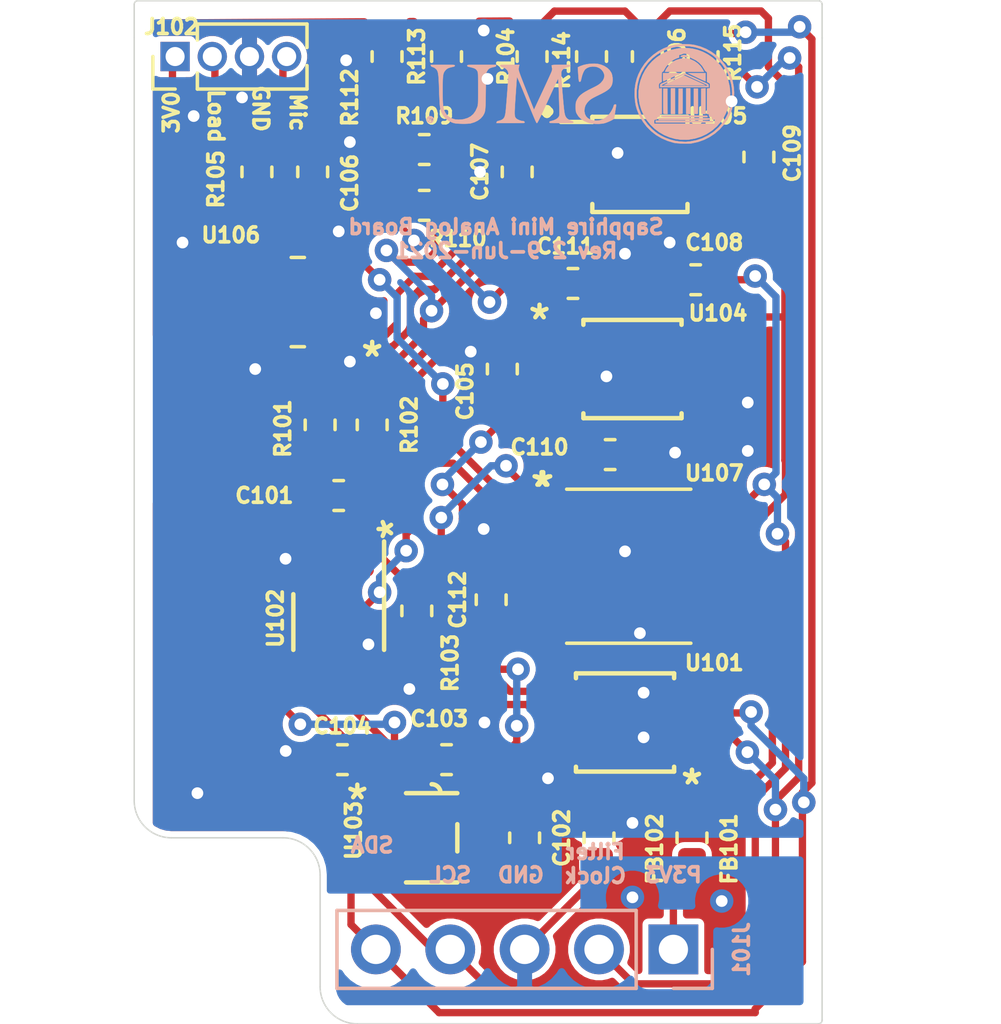
<source format=kicad_pcb>
(kicad_pcb (version 20171130) (host pcbnew "(5.1.6)-1")
  (layers (0 F.Cu signal) (31 B.Cu signal) (34 B.Paste user hide) (35 F.Paste user) (36 B.SilkS user hide) (37 F.SilkS user) (38 B.Mask user hide) (39 F.Mask user) (44 Edge.Cuts user))
  (net 0 "")
  (net 1 "Net-(C101-Pad2)")
  (net 2 "Net-(C101-Pad1)")
  (net 3 GNDA)
  (net 4 +3.3VADC)
  (net 5 +1V5)
  (net 6 "Net-(C107-Pad2)")
  (net 7 "Net-(C107-Pad1)")
  (net 8 /FILTER_CLOCK)
  (net 9 +3V0)
  (net 10 /P3V3)
  (net 11 /PGND)
  (net 12 /I2C_SDA)
  (net 13 /I2C_SCL)
  (net 14 /RgA)
  (net 15 /RgB)
  (net 16 /FILTER_IN)
  (net 17 /FILTER_OUT)
  (net 18 /MIC_OUT)
  (net 19 /MIC_REF)
  (net 20 "Net-(R112-Pad1)")
  (net 21 "Net-(R113-Pad2)")
  (net 22 "Net-(R114-Pad2)")
  (net 23 "Net-(R115-Pad2)")
  (net 24 "Net-(J102-Pad2)")
  (module Connector_PinHeader_1.27mm:PinHeader_1x04_P1.27mm_Vertical (layer F.Cu) (at 110.617 101.6 90)
    (fp_text reference J102 (at 1.016 -0.127 180) (layer F.SilkS) (effects (font (size 0.508 0.508) (thickness 0.127))))
    (fp_text value Conn_01x04_Male)
    (pad 4 thru_hole oval (at 0 3.81 90) (size 1 1) (drill 0.65) (layers *.Cu *.Mask) (net 18 /MIC_OUT))
    (pad 3 thru_hole oval (at 0 2.54 90) (size 1 1) (drill 0.65) (layers *.Cu *.Mask) (net 3 GNDA))
    (pad 2 thru_hole oval (at 0 1.27 90) (size 1 1) (drill 0.65) (layers *.Cu *.Mask) (net 24 "Net-(J102-Pad2)"))
    (pad 1 thru_hole rect (at 0 0 90) (size 1 1) (drill 0.65) (layers *.Cu *.Mask) (net 9 +3V0))
  )
  (module SapphineMinimal:MAX7414CUA&plus_ (layer F.Cu) (at 125.984 124.333 180)
    (fp_text reference U101 (at -3.048 2.032) (layer F.SilkS) (effects (font (size 0.508 0.508) (thickness 0.127))))
    (fp_text value MCP4561T-104E_MS hide)
    (fp_text user * (at -2.286 -2.159) (layer F.SilkS))
    (fp_text user * (at -2.286 -2.159) (layer F.SilkS))
    (pad 8 smd rect (at 2.2098 -0.97536 180) (size 1.3208 0.4064) (layers F.Cu F.Paste F.Mask) (net 4 +3.3VADC))
    (pad 7 smd rect (at 2.2098 -0.32512 180) (size 1.3208 0.4064) (layers F.Cu F.Paste F.Mask))
    (pad 6 smd rect (at 2.2098 0.32512 180) (size 1.3208 0.4064) (layers F.Cu F.Paste F.Mask) (net 14 /RgA))
    (pad 5 smd rect (at 2.2098 0.97536 180) (size 1.3208 0.4064) (layers F.Cu F.Paste F.Mask) (net 15 /RgB))
    (pad 4 smd rect (at -2.2098 0.97536 180) (size 1.3208 0.4064) (layers F.Cu F.Paste F.Mask) (net 3 GNDA))
    (pad 3 smd rect (at -2.2098 0.32512 180) (size 1.3208 0.4064) (layers F.Cu F.Paste F.Mask) (net 12 /I2C_SDA))
    (pad 2 smd rect (at -2.2098 -0.32512 180) (size 1.3208 0.4064) (layers F.Cu F.Paste F.Mask) (net 13 /I2C_SCL))
    (pad 1 smd rect (at -2.2098 -0.97536 180) (size 1.3208 0.4064) (layers F.Cu F.Paste F.Mask) (net 3 GNDA))
  )
  (module Capacitor_SMD:C_0603_1608Metric (layer F.Cu) (at 121.793 112.268 90)
    (fp_text reference C105 (at -0.762 -1.27 270) (layer F.SilkS) (effects (font (size 0.508 0.508) (thickness 0.127))))
    (fp_text value 0.1uF)
    (pad 2 smd roundrect (at 0.7875 0 90) (size 0.875 0.95) (layers F.Cu F.Paste F.Mask) (net 3 GNDA))
    (pad 1 smd roundrect (at -0.7875 0 90) (size 0.875 0.95) (layers F.Cu F.Paste F.Mask) (net 4 +3.3VADC))
  )
  (module SapphineMinimal:MAX7404ESA-T (layer F.Cu) (at 126.111 118.999)
    (fp_text reference U107 (at 2.921 -3.175) (layer F.SilkS) (effects (font (size 0.508 0.508) (thickness 0.127))))
    (fp_text value MAX7404ESA-T hide)
    (fp_text user * (at -2.97815 -2.667) (layer F.SilkS))
    (fp_text user * (at -2.921 -2.667) (layer F.SilkS))
    (pad 8 smd rect (at 2.72415 -1.905) (size 1.4605 0.5334) (layers F.Cu F.Paste F.Mask) (net 8 /FILTER_CLOCK))
    (pad 7 smd rect (at 2.72415 -0.635) (size 1.4605 0.5334) (layers F.Cu F.Paste F.Mask) (net 4 +3.3VADC))
    (pad 6 smd rect (at 2.72415 0.635) (size 1.4605 0.5334) (layers F.Cu F.Paste F.Mask) (net 5 +1V5))
    (pad 5 smd rect (at 2.72415 1.905) (size 1.4605 0.5334) (layers F.Cu F.Paste F.Mask) (net 17 /FILTER_OUT))
    (pad 4 smd rect (at -2.72415 1.905) (size 1.4605 0.5334) (layers F.Cu F.Paste F.Mask) (net 4 +3.3VADC))
    (pad 3 smd rect (at -2.72415 0.635) (size 1.4605 0.5334) (layers F.Cu F.Paste F.Mask) (net 3 GNDA))
    (pad 2 smd rect (at -2.72415 -0.635) (size 1.4605 0.5334) (layers F.Cu F.Paste F.Mask) (net 16 /FILTER_IN))
    (pad 1 smd rect (at -2.72415 -1.905) (size 1.4605 0.5334) (layers F.Cu F.Paste F.Mask) (net 5 +1V5))
  )
  (module Capacitor_SMD:C_0603_1608Metric (layer F.Cu) (at 121.412 120.142 90)
    (fp_text reference C112 (at 0 -1.143 90) (layer F.SilkS) (effects (font (size 0.508 0.508) (thickness 0.127))))
    (fp_text value 0.1uF hide)
    (pad 2 smd roundrect (at 0.7875 0 90) (size 0.875 0.95) (layers F.Cu F.Paste F.Mask) (net 3 GNDA))
    (pad 1 smd roundrect (at -0.7875 0 90) (size 0.875 0.95) (layers F.Cu F.Paste F.Mask) (net 4 +3.3VADC))
  )
  (module Capacitor_SMD:C_0603_1608Metric (layer F.Cu) (at 125.476 115.189)
    (fp_text reference C110 (at -2.413 -0.254) (layer F.SilkS) (effects (font (size 0.508 0.508) (thickness 0.127))))
    (fp_text value 0.1uF hide)
    (pad 2 smd roundrect (at 0.7875 0) (size 0.875 0.95) (layers F.Cu F.Paste F.Mask) (net 3 GNDA))
    (pad 1 smd roundrect (at -0.7875 0) (size 0.875 0.95) (layers F.Cu F.Paste F.Mask) (net 5 +1V5))
  )
  (module SapphineMinimal:DAC7571IDBVR (layer F.Cu) (at 114.808 109.982 180)
    (fp_text reference U106 (at 2.286 2.286) (layer F.SilkS) (effects (font (size 0.508 0.508) (thickness 0.127))))
    (fp_text value DAC7571IDBVR hide)
    (fp_text user * (at -2.54 -1.905) (layer F.SilkS))
    (fp_text user * (at -2.54 -1.905) (layer F.SilkS))
    (pad 6 smd rect (at 1.1176 -0.950001 180) (size 1.4732 0.5588) (layers F.Cu F.Paste F.Mask) (net 3 GNDA))
    (pad 5 smd rect (at 1.1176 0 180) (size 1.4732 0.5588) (layers F.Cu F.Paste F.Mask) (net 13 /I2C_SCL))
    (pad 4 smd rect (at 1.1176 0.950001 180) (size 1.4732 0.5588) (layers F.Cu F.Paste F.Mask) (net 12 /I2C_SDA))
    (pad 3 smd rect (at -1.1176 0.950001 180) (size 1.4732 0.5588) (layers F.Cu F.Paste F.Mask) (net 9 +3V0))
    (pad 2 smd rect (at -1.1176 0 180) (size 1.4732 0.5588) (layers F.Cu F.Paste F.Mask) (net 3 GNDA))
    (pad 1 smd rect (at -1.1176 -0.950001 180) (size 1.4732 0.5588) (layers F.Cu F.Paste F.Mask) (net 19 /MIC_REF))
  )
  (module Resistor_SMD:R_0603_1608Metric (layer F.Cu) (at 126.746 101.6 270)
    (fp_text reference R106 (at 0 -1.016 90) (layer F.SilkS) (effects (font (size 0.508 0.508) (thickness 0.127))))
    (fp_text value 10k)
    (pad 2 smd roundrect (at 0.7875 0 270) (size 0.875 0.95) (layers F.Cu F.Paste F.Mask) (net 12 /I2C_SDA))
    (pad 1 smd roundrect (at -0.7875 0 270) (size 0.875 0.95) (layers F.Cu F.Paste F.Mask) (net 4 +3.3VADC))
  )
  (module Resistor_SMD:R_0603_1608Metric (layer F.Cu) (at 122.809 101.6 270)
    (fp_text reference R104 (at 0 0.889 90) (layer F.SilkS) (effects (font (size 0.508 0.508) (thickness 0.127))))
    (fp_text value 10k)
    (pad 2 smd roundrect (at 0.7875 0 270) (size 0.875 0.95) (layers F.Cu F.Paste F.Mask) (net 13 /I2C_SCL))
    (pad 1 smd roundrect (at -0.7875 0 270) (size 0.875 0.95) (layers F.Cu F.Paste F.Mask) (net 4 +3.3VADC))
  )
  (module Package_SO:TSSOP-10_3x3mm_P0.5mm (layer F.Cu) (at 126.492 105.283)
    (fp_text reference U105 (at 2.667 -1.651) (layer F.SilkS) (effects (font (size 0.508 0.508) (thickness 0.127))))
    (fp_text value ADS1115IDGS)
    (pad 10 smd rect (at 2.15 -1) (size 1.1 0.25) (layers F.Cu F.Paste F.Mask) (net 22 "Net-(R114-Pad2)"))
    (pad 9 smd rect (at 2.15 -0.5) (size 1.1 0.25) (layers F.Cu F.Paste F.Mask) (net 23 "Net-(R115-Pad2)"))
    (pad 8 smd rect (at 2.15 0) (size 1.1 0.25) (layers F.Cu F.Paste F.Mask) (net 4 +3.3VADC))
    (pad 7 smd rect (at 2.15 0.5) (size 1.1 0.25) (layers F.Cu F.Paste F.Mask) (net 19 /MIC_REF))
    (pad 6 smd rect (at 2.15 1) (size 1.1 0.25) (layers F.Cu F.Paste F.Mask) (net 18 /MIC_OUT))
    (pad 5 smd rect (at -2.15 1) (size 1.1 0.25) (layers F.Cu F.Paste F.Mask) (net 6 "Net-(C107-Pad2)"))
    (pad 4 smd rect (at -2.15 0.5) (size 1.1 0.25) (layers F.Cu F.Paste F.Mask) (net 7 "Net-(C107-Pad1)"))
    (pad 3 smd rect (at -2.15 0) (size 1.1 0.25) (layers F.Cu F.Paste F.Mask) (net 3 GNDA))
    (pad 2 smd rect (at -2.15 -0.5) (size 1.1 0.25) (layers F.Cu F.Paste F.Mask) (net 20 "Net-(R112-Pad1)"))
    (pad 1 smd rect (at -2.15 -1) (size 1.1 0.25) (layers F.Cu F.Paste F.Mask) (net 21 "Net-(R113-Pad2)"))
  )
  (module SapphineMinimal:SMU_Logo (layer B.Cu) (at 124.46 102.87 180)
    (fp_text reference G*** hide)
    (fp_text value LOGO hide)
  )
  (module Capacitor_SMD:C_0603_1608Metric (layer F.Cu) (at 115.316 105.537 270)
    (fp_text reference C106 (at 0.381 -1.27 90) (layer F.SilkS) (effects (font (size 0.508 0.508) (thickness 0.127))))
    (fp_text value 0.1uf)
    (pad 2 smd roundrect (at 0.7875 0 270) (size 0.875 0.95) (layers F.Cu F.Paste F.Mask) (net 9 +3V0))
    (pad 1 smd roundrect (at -0.7875 0 270) (size 0.875 0.95) (layers F.Cu F.Paste F.Mask) (net 3 GNDA))
  )
  (module Resistor_SMD:R_0603_1608Metric (layer F.Cu) (at 128.651 101.6 270)
    (fp_text reference R115 (at -0.127 -1.016 90) (layer F.SilkS) (effects (font (size 0.508 0.508) (thickness 0.127))))
    (fp_text value 47.5)
    (pad 2 smd roundrect (at 0.7875 0 270) (size 0.875 0.95) (layers F.Cu F.Paste F.Mask) (net 23 "Net-(R115-Pad2)"))
    (pad 1 smd roundrect (at -0.7875 0 270) (size 0.875 0.95) (layers F.Cu F.Paste F.Mask) (net 12 /I2C_SDA))
  )
  (module Resistor_SMD:R_0603_1608Metric (layer F.Cu) (at 124.841 101.6 270)
    (fp_text reference R114 (at 0.127 1.016 270) (layer F.SilkS) (effects (font (size 0.508 0.508) (thickness 0.127))))
    (fp_text value 47.5)
    (pad 2 smd roundrect (at 0.7875 0 270) (size 0.875 0.95) (layers F.Cu F.Paste F.Mask) (net 22 "Net-(R114-Pad2)"))
    (pad 1 smd roundrect (at -0.7875 0 270) (size 0.875 0.95) (layers F.Cu F.Paste F.Mask) (net 13 /I2C_SCL))
  )
  (module Resistor_SMD:R_0603_1608Metric (layer F.Cu) (at 119.888 101.6 270)
    (fp_text reference R113 (at 0 1.016 270) (layer F.SilkS) (effects (font (size 0.508 0.508) (thickness 0.127))))
    (fp_text value 10K)
    (pad 2 smd roundrect (at 0.7875 0 270) (size 0.875 0.95) (layers F.Cu F.Paste F.Mask) (net 21 "Net-(R113-Pad2)"))
    (pad 1 smd roundrect (at -0.7875 0 270) (size 0.875 0.95) (layers F.Cu F.Paste F.Mask) (net 3 GNDA))
  )
  (module Resistor_SMD:R_0603_1608Metric (layer F.Cu) (at 117.856 101.6 90)
    (fp_text reference R112 (at -1.397 -1.27 90) (layer F.SilkS) (effects (font (size 0.508 0.508) (thickness 0.127))))
    (fp_text value 10K)
    (pad 2 smd roundrect (at 0.7875 0 90) (size 0.875 0.95) (layers F.Cu F.Paste F.Mask) (net 4 +3.3VADC))
    (pad 1 smd roundrect (at -0.7875 0 90) (size 0.875 0.95) (layers F.Cu F.Paste F.Mask) (net 20 "Net-(R112-Pad1)"))
  )
  (module Resistor_SMD:R_0603_1608Metric (layer F.Cu) (at 119.126 106.68 180)
    (fp_text reference R110 (at -1.143 -1.143) (layer F.SilkS) (effects (font (size 0.508 0.508) (thickness 0.127))))
    (fp_text value 16k)
    (pad 2 smd roundrect (at 0.7875 0 180) (size 0.875 0.95) (layers F.Cu F.Paste F.Mask) (net 5 +1V5))
    (pad 1 smd roundrect (at -0.7875 0 180) (size 0.875 0.95) (layers F.Cu F.Paste F.Mask) (net 6 "Net-(C107-Pad2)"))
  )
  (module Resistor_SMD:R_0603_1608Metric (layer F.Cu) (at 119.126 104.775 180)
    (fp_text reference R109 (at 0 1.143) (layer F.SilkS) (effects (font (size 0.508 0.508) (thickness 0.127))))
    (fp_text value 16k)
    (pad 2 smd roundrect (at 0.7875 0 180) (size 0.875 0.95) (layers F.Cu F.Paste F.Mask) (net 17 /FILTER_OUT))
    (pad 1 smd roundrect (at -0.7875 0 180) (size 0.875 0.95) (layers F.Cu F.Paste F.Mask) (net 7 "Net-(C107-Pad1)"))
  )
  (module Resistor_SMD:R_0603_1608Metric (layer F.Cu) (at 113.411 105.537 90)
    (fp_text reference R105 (at -0.254 -1.397 90) (layer F.SilkS) (effects (font (size 0.508 0.508) (thickness 0.127))))
    (fp_text value 820)
    (pad 2 smd roundrect (at 0.7875 0 90) (size 0.875 0.95) (layers F.Cu F.Paste F.Mask) (net 18 /MIC_OUT))
    (pad 1 smd roundrect (at -0.7875 0 90) (size 0.875 0.95) (layers F.Cu F.Paste F.Mask) (net 24 "Net-(J102-Pad2)"))
  )
  (module Resistor_SMD:R_0603_1608Metric (layer F.Cu) (at 118.872 120.523 90)
    (fp_text reference R103 (at -1.778 1.143 270) (layer F.SilkS) (effects (font (size 0.508 0.508) (thickness 0.127))))
    (fp_text value 10K)
    (pad 2 smd roundrect (at 0.7875 0 90) (size 0.875 0.95) (layers F.Cu F.Paste F.Mask) (net 15 /RgB))
    (pad 1 smd roundrect (at -0.7875 0 90) (size 0.875 0.95) (layers F.Cu F.Paste F.Mask) (net 14 /RgA))
  )
  (module Resistor_SMD:R_0603_1608Metric (layer F.Cu) (at 117.348 114.173 90)
    (fp_text reference R102 (at 0 1.27 270) (layer F.SilkS) (effects (font (size 0.508 0.508) (thickness 0.127))))
    (fp_text value 16k)
    (pad 2 smd roundrect (at 0.7875 0 90) (size 0.875 0.95) (layers F.Cu F.Paste F.Mask) (net 18 /MIC_OUT))
    (pad 1 smd roundrect (at -0.7875 0 90) (size 0.875 0.95) (layers F.Cu F.Paste F.Mask) (net 1 "Net-(C101-Pad2)"))
  )
  (module Resistor_SMD:R_0603_1608Metric (layer F.Cu) (at 115.57 114.173 90)
    (fp_text reference R101 (at -0.127 -1.27 270) (layer F.SilkS) (effects (font (size 0.508 0.508) (thickness 0.127))))
    (fp_text value 16k)
    (pad 2 smd roundrect (at 0.7875 0 90) (size 0.875 0.95) (layers F.Cu F.Paste F.Mask) (net 19 /MIC_REF))
    (pad 1 smd roundrect (at -0.7875 0 90) (size 0.875 0.95) (layers F.Cu F.Paste F.Mask) (net 2 "Net-(C101-Pad1)"))
  )
  (module Resistor_SMD:R_0603_1608Metric (layer F.Cu) (at 125.095 128.27 270)
    (fp_text reference FB102 (at 0.381 -1.905 270) (layer F.SilkS) (effects (font (size 0.508 0.508) (thickness 0.127))))
    (fp_text value "600 ohm")
    (pad 2 smd roundrect (at 0.7875 0 270) (size 0.875 0.95) (layers F.Cu F.Paste F.Mask) (net 11 /PGND))
    (pad 1 smd roundrect (at -0.7875 0 270) (size 0.875 0.95) (layers F.Cu F.Paste F.Mask) (net 3 GNDA))
  )
  (module Resistor_SMD:R_0603_1608Metric (layer F.Cu) (at 128.27 128.27 270)
    (fp_text reference FB101 (at 0.381 -1.27 90) (layer F.SilkS) (effects (font (size 0.508 0.508) (thickness 0.127))))
    (fp_text value "600 ohm")
    (pad 2 smd roundrect (at 0.7875 0 270) (size 0.875 0.95) (layers F.Cu F.Paste F.Mask) (net 10 /P3V3))
    (pad 1 smd roundrect (at -0.7875 0 270) (size 0.875 0.95) (layers F.Cu F.Paste F.Mask) (net 4 +3.3VADC))
  )
  (module Capacitor_SMD:C_0603_1608Metric (layer F.Cu) (at 124.206 109.347)
    (fp_text reference C111 (at -0.254 -1.27) (layer F.SilkS) (effects (font (size 0.508 0.508) (thickness 0.127))))
    (fp_text value 0.1uF)
    (pad 2 smd roundrect (at 0.7875 0) (size 0.875 0.95) (layers F.Cu F.Paste F.Mask) (net 3 GNDA))
    (pad 1 smd roundrect (at -0.7875 0) (size 0.875 0.95) (layers F.Cu F.Paste F.Mask) (net 5 +1V5))
  )
  (module Capacitor_SMD:C_0603_1608Metric (layer F.Cu) (at 130.556 105.029 90)
    (fp_text reference C109 (at 0.127 1.143 90) (layer F.SilkS) (effects (font (size 0.508 0.508) (thickness 0.127))))
    (fp_text value 0.1uf)
    (pad 2 smd roundrect (at 0.7875 0 90) (size 0.875 0.95) (layers F.Cu F.Paste F.Mask) (net 3 GNDA))
    (pad 1 smd roundrect (at -0.7875 0 90) (size 0.875 0.95) (layers F.Cu F.Paste F.Mask) (net 4 +3.3VADC))
  )
  (module Capacitor_SMD:C_0603_1608Metric (layer F.Cu) (at 128.397 109.22 180)
    (fp_text reference C108 (at -0.635 1.27) (layer F.SilkS) (effects (font (size 0.508 0.508) (thickness 0.127))))
    (fp_text value 1nF)
    (pad 2 smd roundrect (at 0.7875 0 180) (size 0.875 0.95) (layers F.Cu F.Paste F.Mask) (net 3 GNDA))
    (pad 1 smd roundrect (at -0.7875 0 180) (size 0.875 0.95) (layers F.Cu F.Paste F.Mask) (net 8 /FILTER_CLOCK))
  )
  (module Capacitor_SMD:C_0603_1608Metric (layer F.Cu) (at 122.301 105.537 270)
    (fp_text reference C107 (at 0 1.27 270) (layer F.SilkS) (effects (font (size 0.508 0.508) (thickness 0.127))))
    (fp_text value 0.1uF)
    (pad 2 smd roundrect (at 0.7875 0 270) (size 0.875 0.95) (layers F.Cu F.Paste F.Mask) (net 6 "Net-(C107-Pad2)"))
    (pad 1 smd roundrect (at -0.7875 0 270) (size 0.875 0.95) (layers F.Cu F.Paste F.Mask) (net 7 "Net-(C107-Pad1)"))
  )
  (module Capacitor_SMD:C_0603_1608Metric (layer F.Cu) (at 116.332 125.603)
    (fp_text reference C104 (at 0 -1.143) (layer F.SilkS) (effects (font (size 0.508 0.508) (thickness 0.127))))
    (fp_text value 0.1uf)
    (pad 2 smd roundrect (at 0.7875 0) (size 0.875 0.95) (layers F.Cu F.Paste F.Mask) (net 5 +1V5))
    (pad 1 smd roundrect (at -0.7875 0) (size 0.875 0.95) (layers F.Cu F.Paste F.Mask) (net 3 GNDA))
  )
  (module Capacitor_SMD:C_0603_1608Metric (layer F.Cu) (at 119.888 125.603)
    (fp_text reference C103 (at -0.254 -1.397) (layer F.SilkS) (effects (font (size 0.508 0.508) (thickness 0.127))))
    (fp_text value 0.1uf)
    (pad 2 smd roundrect (at 0.7875 0) (size 0.875 0.95) (layers F.Cu F.Paste F.Mask) (net 3 GNDA))
    (pad 1 smd roundrect (at -0.7875 0) (size 0.875 0.95) (layers F.Cu F.Paste F.Mask) (net 9 +3V0))
  )
  (module Capacitor_SMD:C_0603_1608Metric (layer F.Cu) (at 122.555 128.27 90)
    (fp_text reference C102 (at 0 1.27 90) (layer F.SilkS) (effects (font (size 0.508 0.508) (thickness 0.127))))
    (fp_text value 1uf)
    (pad 2 smd roundrect (at 0.7875 0 90) (size 0.875 0.95) (layers F.Cu F.Paste F.Mask) (net 3 GNDA))
    (pad 1 smd roundrect (at -0.7875 0 90) (size 0.875 0.95) (layers F.Cu F.Paste F.Mask) (net 4 +3.3VADC))
  )
  (module Capacitor_SMD:C_0603_1608Metric (layer F.Cu) (at 116.205 116.586)
    (fp_text reference C101 (at -2.54 0) (layer F.SilkS) (effects (font (size 0.508 0.508) (thickness 0.127))))
    (fp_text value 0.1uF)
    (pad 2 smd roundrect (at 0.7875 0) (size 0.875 0.95) (layers F.Cu F.Paste F.Mask) (net 1 "Net-(C101-Pad2)"))
    (pad 1 smd roundrect (at -0.7875 0) (size 0.875 0.95) (layers F.Cu F.Paste F.Mask) (net 2 "Net-(C101-Pad1)"))
  )
  (module Connector_PinHeader_2.54mm:PinHeader_1x05_P2.54mm_Vertical (layer B.Cu) (at 127.635 132.08 90)
    (fp_text reference J101 (at 0 2.33 -90) (layer B.SilkS) (effects (font (size 0.508 0.508) (thickness 0.127)) (justify mirror)))
    (fp_text value Conn_01x05_Male hide)
    (pad 5 thru_hole oval (at 0 -10.16 90) (size 1.7 1.7) (drill 1) (layers *.Cu *.Mask) (net 12 /I2C_SDA))
    (pad 4 thru_hole oval (at 0 -7.62 90) (size 1.7 1.7) (drill 1) (layers *.Cu *.Mask) (net 13 /I2C_SCL))
    (pad 3 thru_hole oval (at 0 -5.08 90) (size 1.7 1.7) (drill 1) (layers *.Cu *.Mask) (net 11 /PGND))
    (pad 2 thru_hole oval (at 0 -2.54 90) (size 1.7 1.7) (drill 1) (layers *.Cu *.Mask) (net 8 /FILTER_CLOCK))
    (pad 1 thru_hole rect (at 0 0 90) (size 1.7 1.7) (drill 1) (layers *.Cu *.Mask) (net 10 /P3V3))
  )
  (module SapphineMinimal:MAX7414CUA&plus_ (layer F.Cu) (at 126.238 112.268)
    (fp_text reference U104 (at 2.921 -1.905) (layer F.SilkS) (effects (font (size 0.508 0.508) (thickness 0.127))))
    (fp_text value MAX7414CUA+ hide)
    (fp_text user * (at -3.175 -1.651) (layer F.SilkS))
    (pad 8 smd rect (at 2.2098 -0.97536) (size 1.3208 0.4064) (layers F.Cu F.Paste F.Mask) (net 8 /FILTER_CLOCK))
    (pad 7 smd rect (at 2.2098 -0.32512) (size 1.3208 0.4064) (layers F.Cu F.Paste F.Mask) (net 4 +3.3VADC))
    (pad 6 smd rect (at 2.2098 0.32512) (size 1.3208 0.4064) (layers F.Cu F.Paste F.Mask) (net 5 +1V5))
    (pad 5 smd rect (at 2.2098 0.97536) (size 1.3208 0.4064) (layers F.Cu F.Paste F.Mask) (net 17 /FILTER_OUT))
    (pad 4 smd rect (at -2.2098 0.97536) (size 1.3208 0.4064) (layers F.Cu F.Paste F.Mask) (net 4 +3.3VADC))
    (pad 3 smd rect (at -2.2098 0.32512) (size 1.3208 0.4064) (layers F.Cu F.Paste F.Mask) (net 3 GNDA))
    (pad 2 smd rect (at -2.2098 -0.32512) (size 1.3208 0.4064) (layers F.Cu F.Paste F.Mask) (net 16 /FILTER_IN))
    (pad 1 smd rect (at -2.2098 -0.97536) (size 1.3208 0.4064) (layers F.Cu F.Paste F.Mask) (net 5 +1V5))
  )
  (module SapphineMinimal:REF2030AIDDCR (layer F.Cu) (at 119.38 128.27)
    (fp_text reference U103 (at -2.667 -0.254 90) (layer F.SilkS) (effects (font (size 0.508 0.508) (thickness 0.127))))
    (fp_text value REF2030AIDDCR hide)
    (fp_text user * (at -2.54 -1.27) (layer F.SilkS))
    (pad 5 smd rect (at 1.1684 -0.950001) (size 1.5748 0.5588) (layers F.Cu F.Paste F.Mask) (net 9 +3V0))
    (pad 4 smd rect (at 1.1684 0.950001) (size 1.5748 0.5588) (layers F.Cu F.Paste F.Mask) (net 4 +3.3VADC))
    (pad 3 smd rect (at -1.1684 0.950001) (size 1.5748 0.5588) (layers F.Cu F.Paste F.Mask) (net 4 +3.3VADC))
    (pad 2 smd rect (at -1.1684 0) (size 1.5748 0.5588) (layers F.Cu F.Paste F.Mask) (net 3 GNDA))
    (pad 1 smd rect (at -1.1684 -0.950001) (size 1.5748 0.5588) (layers F.Cu F.Paste F.Mask) (net 5 +1V5))
  )
  (module SapphineMinimal:INA317IDGKR (layer F.Cu) (at 116.205 120.904 270)
    (fp_text reference U102 (at -0.127 2.159 90) (layer F.SilkS) (effects (font (size 0.508 0.508) (thickness 0.127))))
    (fp_text value INA317IDGKR hide)
    (fp_text user * (at -3.175 -1.905 90) (layer F.SilkS))
    (pad 8 smd oval (at 2.225002 -0.974999) (size 0.449999 1.35) (layers F.Cu F.Paste F.Mask) (net 14 /RgA))
    (pad 7 smd oval (at 2.225002 -0.324998) (size 0.449999 1.35) (layers F.Cu F.Paste F.Mask) (net 9 +3V0))
    (pad 6 smd oval (at 2.225002 0.325001) (size 0.449999 1.35) (layers F.Cu F.Paste F.Mask) (net 16 /FILTER_IN))
    (pad 5 smd oval (at 2.225002 0.975002) (size 0.449999 1.35) (layers F.Cu F.Paste F.Mask) (net 5 +1V5))
    (pad 4 smd oval (at -2.224999 0.975002) (size 0.449999 1.35) (layers F.Cu F.Paste F.Mask) (net 3 GNDA))
    (pad 3 smd oval (at -2.224999 0.325001) (size 0.449999 1.35) (layers F.Cu F.Paste F.Mask) (net 2 "Net-(C101-Pad1)"))
    (pad 2 smd oval (at -2.224999 -0.324998) (size 0.449999 1.35) (layers F.Cu F.Paste F.Mask) (net 1 "Net-(C101-Pad2)"))
    (pad 1 smd oval (at -2.224999 -0.974999) (size 0.449999 1.35) (layers F.Cu F.Paste F.Mask) (net 15 /RgB))
  )
  (gr_text Load (at 112.014 103.632 270) (layer F.SilkS) (effects (font (size 0.508 0.508) (thickness 0.127))))
  (gr_text 3V0 (at 110.49 103.505 90) (layer F.SilkS) (effects (font (size 0.508 0.508) (thickness 0.127))))
  (gr_text Mic (at 114.808 103.505 270) (layer F.SilkS) (effects (font (size 0.508 0.508) (thickness 0.127))))
  (gr_arc (start 109.347 99.822) (end 109.347 99.695) (angle -90) (layer Edge.Cuts) (width 0.05))
  (gr_arc (start 132.588 99.822) (end 132.715 99.822) (angle -90) (layer Edge.Cuts) (width 0.05))
  (gr_arc (start 132.588 134.493) (end 132.588 134.62) (angle -90) (layer Edge.Cuts) (width 0.05))
  (gr_text SDA (at 117.348 128.524) (layer B.SilkS) (effects (font (size 0.508 0.508) (thickness 0.127)) (justify mirror)))
  (gr_text SCL (at 120.015 129.54) (layer B.SilkS) (effects (font (size 0.508 0.508) (thickness 0.127)) (justify mirror)))
  (gr_text GND (at 122.428 129.54) (layer B.SilkS) (effects (font (size 0.508 0.508) (thickness 0.127)) (justify mirror)))
  (gr_text "Filter\nClock" (at 124.968 129.159) (layer B.SilkS) (effects (font (size 0.508 0.508) (thickness 0.127)) (justify mirror)))
  (gr_text P3V3 (at 127.635 129.54) (layer B.SilkS) (effects (font (size 0.508 0.508) (thickness 0.127)) (justify mirror)))
  (gr_text GND (at 113.538 103.378 270) (layer F.SilkS) (effects (font (size 0.508 0.508) (thickness 0.127))))
  (gr_text . (at 123.317 102.87) (layer F.SilkS) (effects (font (size 1.5 1.5) (thickness 0.3))))
  (gr_line (start 115.57 129.54) (end 115.57 133.35) (layer Edge.Cuts) (width 0.05))
  (gr_line (start 110.49 128.27) (end 114.3 128.27) (layer Edge.Cuts) (width 0.05))
  (gr_arc (start 114.3 129.54) (end 115.57 129.54) (angle -90) (layer Edge.Cuts) (width 0.05))
  (gr_arc (start 110.49 127) (end 109.22 127) (angle -90) (layer Edge.Cuts) (width 0.05))
  (gr_arc (start 116.84 133.35) (end 115.57 133.35) (angle -90) (layer Edge.Cuts) (width 0.05))
  (gr_text "Sapphire Mini Analog Board\nRev 2 9-Jun-2021" (at 121.92 107.823) (layer B.SilkS) (effects (font (size 0.508 0.508) (thickness 0.127)) (justify mirror)))
  (gr_line (start 109.22 99.822) (end 109.22 100.965) (layer Edge.Cuts) (width 0.05))
  (gr_line (start 132.715 100.965) (end 132.715 99.822) (layer Edge.Cuts) (width 0.05))
  (gr_line (start 109.347 99.695) (end 132.588 99.695) (layer Edge.Cuts) (width 0.05))
  (gr_line (start 116.84 134.62) (end 132.588 134.62) (layer Edge.Cuts) (width 0.05))
  (gr_line (start 109.22 127) (end 109.22 100.965) (layer Edge.Cuts) (width 0.05))
  (gr_line (start 132.715 134.493) (end 132.715 100.965) (layer Edge.Cuts) (width 0.05))
  (segment (start 116.529998 117.048502) (end 116.9925 116.586) (width 0.25) (layer F.Cu) (net 1))
  (segment (start 116.529998 118.679001) (end 116.529998 117.048502) (width 0.25) (layer F.Cu) (net 1))
  (segment (start 116.9925 115.316) (end 117.348 114.9605) (width 0.25) (layer F.Cu) (net 1))
  (segment (start 116.9925 116.586) (end 116.9925 115.316) (width 0.25) (layer F.Cu) (net 1))
  (segment (start 115.879999 117.048499) (end 115.4175 116.586) (width 0.25) (layer F.Cu) (net 2))
  (segment (start 115.879999 118.679001) (end 115.879999 117.048499) (width 0.25) (layer F.Cu) (net 2))
  (segment (start 115.4175 115.062) (end 115.316 114.9605) (width 0.25) (layer F.Cu) (net 2))
  (segment (start 115.4175 116.586) (end 115.4175 115.062) (width 0.25) (layer F.Cu) (net 2))
  (segment (start 115.5445 126.304701) (end 117.509799 128.27) (width 0.25) (layer F.Cu) (net 3))
  (segment (start 117.509799 128.27) (end 118.2116 128.27) (width 0.25) (layer F.Cu) (net 3))
  (segment (start 115.5445 125.603) (end 115.5445 126.304701) (width 0.25) (layer F.Cu) (net 3))
  (segment (start 125.095 127.4825) (end 125.9585 127.4825) (width 0.25) (layer F.Cu) (net 3))
  (via (at 126.238 127.762) (size 0.8) (drill 0.4) (layers F.Cu B.Cu) (net 3))
  (segment (start 125.9585 127.4825) (end 126.238 127.762) (width 0.25) (layer F.Cu) (net 3))
  (segment (start 127.6095 109.22) (end 127.6095 108.0515) (width 0.25) (layer F.Cu) (net 3))
  (via (at 127.508 107.95) (size 0.8) (drill 0.4) (layers F.Cu B.Cu) (net 3))
  (segment (start 127.6095 108.0515) (end 127.508 107.95) (width 0.25) (layer F.Cu) (net 3))
  (via (at 121.158 100.711) (size 0.8) (drill 0.4) (layers F.Cu B.Cu) (net 3))
  (segment (start 119.888 100.8125) (end 121.0565 100.8125) (width 0.25) (layer F.Cu) (net 3))
  (segment (start 121.0565 100.8125) (end 121.158 100.711) (width 0.25) (layer F.Cu) (net 3))
  (via (at 116.586 104.521) (size 0.8) (drill 0.4) (layers F.Cu B.Cu) (net 3))
  (segment (start 115.316 104.7495) (end 116.3575 104.7495) (width 0.25) (layer F.Cu) (net 3))
  (segment (start 116.3575 104.7495) (end 116.586 104.521) (width 0.25) (layer F.Cu) (net 3))
  (segment (start 123.10735 119.3545) (end 123.38685 119.634) (width 0.25) (layer F.Cu) (net 3))
  (segment (start 121.412 119.3545) (end 123.10735 119.3545) (width 0.25) (layer F.Cu) (net 3))
  (via (at 113.353809 112.268) (size 0.8) (drill 0.4) (layers F.Cu B.Cu) (net 3))
  (segment (start 113.6904 111.931409) (end 113.353809 112.268) (width 0.25) (layer F.Cu) (net 3))
  (segment (start 113.6904 110.932001) (end 113.6904 111.931409) (width 0.25) (layer F.Cu) (net 3))
  (segment (start 122.90562 112.59312) (end 124.0282 112.59312) (width 0.25) (layer F.Cu) (net 3))
  (segment (start 121.793 111.4805) (end 122.90562 112.59312) (width 0.25) (layer F.Cu) (net 3))
  (via (at 127.69384 115.12084) (size 0.8) (drill 0.4) (layers F.Cu B.Cu) (net 3))
  (segment (start 126.2635 115.189) (end 127.62568 115.189) (width 0.25) (layer F.Cu) (net 3))
  (segment (start 127.62568 115.189) (end 127.69384 115.12084) (width 0.25) (layer F.Cu) (net 3))
  (via (at 125.349 112.51835) (size 0.8) (drill 0.4) (layers F.Cu B.Cu) (net 3))
  (segment (start 125.27423 112.59312) (end 125.349 112.51835) (width 0.25) (layer F.Cu) (net 3))
  (segment (start 124.0282 112.59312) (end 125.27423 112.59312) (width 0.25) (layer F.Cu) (net 3))
  (via (at 126.619 123.317) (size 0.8) (drill 0.4) (layers F.Cu B.Cu) (net 3))
  (segment (start 128.1938 123.35764) (end 126.65964 123.35764) (width 0.25) (layer F.Cu) (net 3))
  (segment (start 126.65964 123.35764) (end 126.619 123.317) (width 0.25) (layer F.Cu) (net 3))
  (segment (start 128.1938 125.30836) (end 127.08636 125.30836) (width 0.25) (layer F.Cu) (net 3))
  (segment (start 127.08636 125.30836) (end 126.619 124.841) (width 0.25) (layer F.Cu) (net 3))
  (via (at 126.619 124.841) (size 0.8) (drill 0.4) (layers F.Cu B.Cu) (net 3))
  (via (at 123.352128 126.239116) (size 0.8) (drill 0.4) (layers F.Cu B.Cu) (net 3))
  (segment (start 122.555 127.036244) (end 123.352128 126.239116) (width 0.25) (layer F.Cu) (net 3))
  (segment (start 122.555 127.4825) (end 122.555 127.036244) (width 0.25) (layer F.Cu) (net 3))
  (segment (start 120.6755 124.840549) (end 121.183049 124.333) (width 0.25) (layer F.Cu) (net 3))
  (segment (start 120.6755 125.603) (end 120.6755 124.840549) (width 0.25) (layer F.Cu) (net 3))
  (via (at 121.183049 124.333) (size 0.8) (drill 0.4) (layers F.Cu B.Cu) (net 3))
  (via (at 121.156554 117.729) (size 0.8) (drill 0.4) (layers F.Cu B.Cu) (net 3))
  (segment (start 121.412 117.984446) (end 121.156554 117.729) (width 0.25) (layer F.Cu) (net 3))
  (segment (start 121.412 119.3545) (end 121.412 117.984446) (width 0.25) (layer F.Cu) (net 3))
  (via (at 114.395159 125.305738) (size 0.8) (drill 0.4) (layers F.Cu B.Cu) (net 3))
  (segment (start 114.692421 125.603) (end 114.395159 125.305738) (width 0.25) (layer F.Cu) (net 3))
  (segment (start 115.5445 125.603) (end 114.692421 125.603) (width 0.25) (layer F.Cu) (net 3))
  (via (at 130.175 113.411) (size 0.8) (drill 0.4) (layers F.Cu B.Cu) (net 3))
  (via (at 130.175 115.062) (size 0.8) (drill 0.4) (layers F.Cu B.Cu) (net 3))
  (segment (start 125.8825 108.331) (end 125.984 108.331) (width 0.25) (layer F.Cu) (net 3))
  (segment (start 124.9935 109.22) (end 125.8825 108.331) (width 0.25) (layer F.Cu) (net 3))
  (via (at 125.984 108.331) (size 0.8) (drill 0.4) (layers F.Cu B.Cu) (net 3))
  (segment (start 125.984 108.331) (end 125.984 107.69882) (width 0.25) (layer F.Cu) (net 3))
  (segment (start 125.984 107.69882) (end 126.74882 106.934) (width 0.25) (layer F.Cu) (net 3))
  (segment (start 126.74882 106.934) (end 129.286 106.934) (width 0.25) (layer F.Cu) (net 3))
  (segment (start 124.342 105.283) (end 125.339319 105.283) (width 0.25) (layer F.Cu) (net 3))
  (via (at 125.73 104.892319) (size 0.8) (drill 0.4) (layers F.Cu B.Cu) (net 3))
  (segment (start 125.339319 105.283) (end 125.73 104.892319) (width 0.25) (layer F.Cu) (net 3))
  (segment (start 120.907156 111.4805) (end 120.713974 111.673682) (width 0.25) (layer F.Cu) (net 3))
  (segment (start 125.877957 108.437043) (end 121.876605 108.437043) (width 0.25) (layer F.Cu) (net 3))
  (segment (start 125.984 108.331) (end 125.877957 108.437043) (width 0.25) (layer F.Cu) (net 3))
  (segment (start 120.100025 110.213623) (end 120.100025 110.625901) (width 0.25) (layer F.Cu) (net 3))
  (segment (start 119.550035 111.270202) (end 118.14801 112.672227) (width 0.25) (layer F.Cu) (net 3))
  (segment (start 121.793 111.4805) (end 120.907156 111.4805) (width 0.25) (layer F.Cu) (net 3))
  (via (at 117.474996 110.363) (size 0.8) (drill 0.4) (layers F.Cu B.Cu) (net 3))
  (segment (start 117.093996 109.982) (end 117.474996 110.363) (width 0.25) (layer F.Cu) (net 3))
  (segment (start 115.9256 109.982) (end 117.093996 109.982) (width 0.25) (layer F.Cu) (net 3))
  (segment (start 121.876605 108.437043) (end 120.100025 110.213623) (width 0.25) (layer F.Cu) (net 3))
  (segment (start 119.550035 111.175891) (end 119.550035 111.270202) (width 0.25) (layer F.Cu) (net 3))
  (segment (start 118.14801 112.672227) (end 118.14801 116.67499) (width 0.25) (layer F.Cu) (net 3))
  (via (at 120.713974 111.673682) (size 0.8) (drill 0.4) (layers F.Cu B.Cu) (net 3))
  (segment (start 120.100025 110.625901) (end 119.550035 111.175891) (width 0.25) (layer F.Cu) (net 3))
  (segment (start 118.650014 109.881399) (end 118.650014 110.897402) (width 0.25) (layer F.Cu) (net 3))
  (segment (start 118.978523 109.55289) (end 118.650014 109.881399) (width 0.25) (layer F.Cu) (net 3))
  (segment (start 117.533418 112.013998) (end 116.586 112.013998) (width 0.25) (layer F.Cu) (net 3))
  (segment (start 121.503805 107.537021) (end 119.487935 109.55289) (width 0.25) (layer F.Cu) (net 3))
  (segment (start 118.650014 110.897402) (end 117.533418 112.013998) (width 0.25) (layer F.Cu) (net 3))
  (via (at 116.586 112.013998) (size 0.8) (drill 0.4) (layers F.Cu B.Cu) (net 3))
  (segment (start 119.487935 109.55289) (end 118.978523 109.55289) (width 0.25) (layer F.Cu) (net 3))
  (segment (start 124.872979 107.537021) (end 121.503805 107.537021) (width 0.25) (layer F.Cu) (net 3))
  (segment (start 125.857 106.553) (end 124.872979 107.537021) (width 0.25) (layer F.Cu) (net 3))
  (via (at 116.205 107.569) (size 0.8) (drill 0.4) (layers F.Cu B.Cu) (net 3))
  (via (at 118.618 123.19) (size 0.8) (drill 0.4) (layers F.Cu B.Cu) (net 3))
  (via (at 117.221 121.666) (size 0.8) (drill 0.4) (layers F.Cu B.Cu) (net 3))
  (via (at 111.379 126.746) (size 0.8) (drill 0.4) (layers F.Cu B.Cu) (net 3))
  (via (at 116.459 101.727) (size 0.8) (drill 0.4) (layers F.Cu B.Cu) (net 3))
  (via (at 126.238 130.302) (size 0.8) (drill 0.4) (layers F.Cu B.Cu) (net 3))
  (via (at 129.286 130.429) (size 0.8) (drill 0.4) (layers F.Cu B.Cu) (net 3))
  (via (at 126.492 121.285) (size 0.8) (drill 0.4) (layers F.Cu B.Cu) (net 3))
  (via (at 121.285 102.362) (size 0.8) (drill 0.4) (layers F.Cu B.Cu) (net 3))
  (via (at 121.031 105.537) (size 0.8) (drill 0.4) (layers F.Cu B.Cu) (net 3))
  (via (at 125.984 118.491) (size 0.8) (drill 0.4) (layers F.Cu B.Cu) (net 3))
  (segment (start 130.683 104.2415) (end 129.62395 103.18245) (width 0.25) (layer F.Cu) (net 3))
  (segment (start 129.62395 103.18245) (end 129.62395 103.128674) (width 0.25) (layer F.Cu) (net 3))
  (via (at 129.62395 103.128674) (size 0.8) (drill 0.4) (layers F.Cu B.Cu) (net 3))
  (segment (start 115.229998 118.679001) (end 114.456009 118.679001) (width 0.25) (layer F.Cu) (net 3))
  (via (at 114.39001 118.745) (size 0.8) (drill 0.4) (layers F.Cu B.Cu) (net 3))
  (segment (start 114.456009 118.679001) (end 114.39001 118.745) (width 0.25) (layer F.Cu) (net 3))
  (segment (start 114.39001 113.37401) (end 114.39001 118.179315) (width 0.25) (layer F.Cu) (net 3))
  (segment (start 114.39001 118.179315) (end 114.39001 118.745) (width 0.25) (layer F.Cu) (net 3))
  (segment (start 114.173 113.157) (end 114.39001 113.37401) (width 0.25) (layer F.Cu) (net 3))
  (segment (start 116.37001 112.941516) (end 116.205 112.776506) (width 0.25) (layer F.Cu) (net 3))
  (segment (start 116.205 112.394998) (end 116.586 112.013998) (width 0.25) (layer F.Cu) (net 3))
  (segment (start 116.37001 113.829484) (end 116.37001 112.941516) (width 0.25) (layer F.Cu) (net 3))
  (segment (start 116.205 113.994494) (end 116.37001 113.829484) (width 0.25) (layer F.Cu) (net 3))
  (segment (start 116.205 115.569494) (end 116.37001 115.404484) (width 0.25) (layer F.Cu) (net 3))
  (segment (start 116.205 116.459) (end 116.205 115.569494) (width 0.25) (layer F.Cu) (net 3))
  (segment (start 116.205 114.351506) (end 116.205 113.994494) (width 0.25) (layer F.Cu) (net 3))
  (segment (start 116.205 112.776506) (end 116.205 112.394998) (width 0.25) (layer F.Cu) (net 3))
  (segment (start 116.37001 115.404484) (end 116.37001 114.516516) (width 0.25) (layer F.Cu) (net 3))
  (segment (start 116.37001 114.516516) (end 116.205 114.351506) (width 0.25) (layer F.Cu) (net 3))
  (via (at 110.871 107.95) (size 0.8) (drill 0.4) (layers F.Cu B.Cu) (net 3))
  (via (at 111.252 103.632) (size 0.8) (drill 0.4) (layers F.Cu B.Cu) (net 3))
  (via (at 112.903 102.997) (size 0.8) (drill 0.4) (layers F.Cu B.Cu) (net 3))
  (segment (start 118.2116 129.220001) (end 120.5484 129.220001) (width 0.25) (layer F.Cu) (net 4))
  (segment (start 122.392499 129.220001) (end 122.555 129.0575) (width 0.25) (layer F.Cu) (net 4))
  (segment (start 120.5484 129.220001) (end 122.392499 129.220001) (width 0.25) (layer F.Cu) (net 4))
  (segment (start 122.04649 101.57501) (end 122.809 100.8125) (width 0.25) (layer F.Cu) (net 4))
  (segment (start 118.61851 101.57501) (end 122.04649 101.57501) (width 0.25) (layer F.Cu) (net 4))
  (segment (start 117.856 100.8125) (end 118.61851 101.57501) (width 0.25) (layer F.Cu) (net 4))
  (segment (start 125.98349 100.04999) (end 126.746 100.8125) (width 0.25) (layer F.Cu) (net 4))
  (segment (start 123.57151 100.04999) (end 125.98349 100.04999) (width 0.25) (layer F.Cu) (net 4))
  (segment (start 122.809 100.8125) (end 123.57151 100.04999) (width 0.25) (layer F.Cu) (net 4))
  (segment (start 130.1495 105.283) (end 130.683 105.8165) (width 0.25) (layer F.Cu) (net 4))
  (segment (start 128.642 105.283) (end 130.1495 105.283) (width 0.25) (layer F.Cu) (net 4))
  (segment (start 121.98086 113.24336) (end 124.0282 113.24336) (width 0.25) (layer F.Cu) (net 4))
  (segment (start 121.793 113.0555) (end 121.98086 113.24336) (width 0.25) (layer F.Cu) (net 4))
  (segment (start 123.36135 120.9295) (end 123.38685 120.904) (width 0.25) (layer F.Cu) (net 4))
  (segment (start 121.412 120.9295) (end 123.36135 120.9295) (width 0.25) (layer F.Cu) (net 4))
  (segment (start 123.302662 120.9295) (end 121.412 120.9295) (width 0.25) (layer F.Cu) (net 4))
  (segment (start 129.863998 118.364) (end 130.084999 118.585001) (width 0.25) (layer F.Cu) (net 4))
  (segment (start 128.83515 118.364) (end 129.863998 118.364) (width 0.25) (layer F.Cu) (net 4))
  (segment (start 127.795 127.4825) (end 128.27 127.4825) (width 0.25) (layer F.Cu) (net 4))
  (segment (start 125.62086 125.30836) (end 127.795 127.4825) (width 0.25) (layer F.Cu) (net 4))
  (segment (start 123.7742 125.30836) (end 125.62086 125.30836) (width 0.25) (layer F.Cu) (net 4))
  (segment (start 129.246162 111.94288) (end 128.4478 111.94288) (width 0.25) (layer F.Cu) (net 4))
  (segment (start 131.445 110.49) (end 130.699042 110.49) (width 0.25) (layer F.Cu) (net 4))
  (segment (start 130.699042 110.49) (end 129.246162 111.94288) (width 0.25) (layer F.Cu) (net 4))
  (segment (start 130.429 118.241) (end 130.084999 118.585001) (width 0.25) (layer F.Cu) (net 4))
  (segment (start 131.445 106.5785) (end 131.445 115.385971) (width 0.25) (layer F.Cu) (net 4))
  (segment (start 130.683 105.8165) (end 131.445 106.5785) (width 0.25) (layer F.Cu) (net 4))
  (segment (start 131.445 115.385971) (end 131.464968 115.405939) (width 0.25) (layer F.Cu) (net 4))
  (segment (start 131.464968 115.405939) (end 131.464968 116.543281) (width 0.25) (layer F.Cu) (net 4))
  (segment (start 130.429 117.579249) (end 130.429 118.241) (width 0.25) (layer F.Cu) (net 4))
  (segment (start 131.464968 116.543281) (end 130.429 117.579249) (width 0.25) (layer F.Cu) (net 4))
  (segment (start 131.014957 119.514959) (end 130.084999 118.585001) (width 0.25) (layer F.Cu) (net 4))
  (segment (start 129.241504 127.4825) (end 128.27 127.4825) (width 0.25) (layer F.Cu) (net 4))
  (segment (start 131.014957 125.709047) (end 129.241504 127.4825) (width 0.25) (layer F.Cu) (net 4))
  (segment (start 131.014957 119.514959) (end 131.014957 122.251957) (width 0.25) (layer F.Cu) (net 4))
  (segment (start 131.014957 122.251957) (end 131.014957 125.709047) (width 0.25) (layer F.Cu) (net 4))
  (segment (start 124.07713 125.61129) (end 123.7742 125.30836) (width 0.25) (layer F.Cu) (net 4))
  (segment (start 122.555 129.0575) (end 124.07713 127.53537) (width 0.25) (layer F.Cu) (net 4))
  (segment (start 124.07713 127.53537) (end 124.07713 125.61129) (width 0.25) (layer F.Cu) (net 4))
  (segment (start 130.937 122.174) (end 131.014957 122.251957) (width 0.25) (layer F.Cu) (net 4))
  (segment (start 121.412 120.9295) (end 121.887 120.9295) (width 0.25) (layer F.Cu) (net 4))
  (segment (start 123.1315 122.174) (end 130.937 122.174) (width 0.25) (layer F.Cu) (net 4))
  (segment (start 121.887 120.9295) (end 123.1315 122.174) (width 0.25) (layer F.Cu) (net 4))
  (segment (start 121.793 114.029709) (end 121.060557 114.762152) (width 0.25) (layer F.Cu) (net 4))
  (segment (start 121.793 113.0555) (end 121.793 114.029709) (width 0.25) (layer F.Cu) (net 4))
  (via (at 121.060557 114.762152) (size 0.8) (drill 0.4) (layers F.Cu B.Cu) (net 4))
  (via (at 119.748256 116.208425) (size 0.8) (drill 0.4) (layers F.Cu B.Cu) (net 4))
  (segment (start 119.748256 116.074453) (end 119.748256 116.208425) (width 0.25) (layer B.Cu) (net 4))
  (segment (start 121.060557 114.762152) (end 119.748256 116.074453) (width 0.25) (layer B.Cu) (net 4))
  (segment (start 120.431552 119.618046) (end 120.431552 117.380998) (width 0.25) (layer F.Cu) (net 4))
  (segment (start 121.412 120.598494) (end 120.431552 119.618046) (width 0.25) (layer F.Cu) (net 4))
  (segment (start 120.431568 117.380982) (end 120.431568 116.891737) (width 0.25) (layer F.Cu) (net 4))
  (segment (start 121.412 120.9295) (end 121.412 120.598494) (width 0.25) (layer F.Cu) (net 4))
  (segment (start 120.431552 117.380998) (end 120.431568 117.380982) (width 0.25) (layer F.Cu) (net 4))
  (segment (start 120.431568 116.891737) (end 119.748256 116.208425) (width 0.25) (layer F.Cu) (net 4))
  (segment (start 130.880748 101.949096) (end 131.35601 102.424358) (width 0.25) (layer F.Cu) (net 4))
  (segment (start 131.35601 105.14349) (end 130.683 105.8165) (width 0.25) (layer F.Cu) (net 4))
  (segment (start 130.880748 100.296266) (end 130.880748 101.949096) (width 0.25) (layer F.Cu) (net 4))
  (segment (start 130.62952 100.045038) (end 130.880748 100.296266) (width 0.25) (layer F.Cu) (net 4))
  (segment (start 131.35601 102.424358) (end 131.35601 105.14349) (width 0.25) (layer F.Cu) (net 4))
  (segment (start 126.746 100.8125) (end 127.513462 100.045038) (width 0.25) (layer F.Cu) (net 4))
  (segment (start 127.513462 100.045038) (end 130.62952 100.045038) (width 0.25) (layer F.Cu) (net 4))
  (segment (start 117.1195 126.227899) (end 118.2116 127.319999) (width 0.25) (layer F.Cu) (net 5))
  (segment (start 117.1195 125.603) (end 117.1195 126.227899) (width 0.25) (layer F.Cu) (net 5))
  (segment (start 127.649438 112.59312) (end 128.4478 112.59312) (width 0.25) (layer F.Cu) (net 5))
  (segment (start 126.348958 111.29264) (end 127.649438 112.59312) (width 0.25) (layer F.Cu) (net 5))
  (segment (start 124.0282 111.29264) (end 126.348958 111.29264) (width 0.25) (layer F.Cu) (net 5))
  (segment (start 128.523198 119.634) (end 128.83515 119.634) (width 0.25) (layer F.Cu) (net 5))
  (segment (start 124.6885 115.79235) (end 123.38685 117.094) (width 0.25) (layer F.Cu) (net 5))
  (segment (start 124.6885 115.189) (end 124.6885 115.79235) (width 0.25) (layer F.Cu) (net 5))
  (segment (start 124.94152 115.189) (end 124.6885 115.189) (width 0.25) (layer F.Cu) (net 5))
  (segment (start 128.4478 112.59312) (end 127.5374 112.59312) (width 0.25) (layer F.Cu) (net 5))
  (segment (start 127.5374 112.59312) (end 124.94152 115.189) (width 0.25) (layer F.Cu) (net 5))
  (via (at 121.919996 115.57) (size 0.8) (drill 0.4) (layers F.Cu B.Cu) (net 5))
  (segment (start 123.38685 117.094) (end 121.919996 115.627146) (width 0.25) (layer F.Cu) (net 5))
  (segment (start 121.919996 115.627146) (end 121.919996 115.57) (width 0.25) (layer F.Cu) (net 5))
  (segment (start 118.896598 127.319999) (end 119.500999 127.9244) (width 0.25) (layer F.Cu) (net 5))
  (segment (start 121.595801 127.9244) (end 121.660801 127.8594) (width 0.25) (layer F.Cu) (net 5))
  (segment (start 119.500999 127.9244) (end 121.595801 127.9244) (width 0.25) (layer F.Cu) (net 5))
  (segment (start 122.284905 122.561267) (end 122.329949 122.516223) (width 0.25) (layer B.Cu) (net 5))
  (segment (start 121.660801 125.635222) (end 122.284905 125.011118) (width 0.25) (layer F.Cu) (net 5))
  (segment (start 121.660801 127.8594) (end 121.660801 125.635222) (width 0.25) (layer F.Cu) (net 5))
  (via (at 122.329949 122.516223) (size 0.8) (drill 0.4) (layers F.Cu B.Cu) (net 5))
  (segment (start 122.284905 124.445433) (end 122.284905 122.561267) (width 0.25) (layer B.Cu) (net 5))
  (segment (start 122.284905 125.011118) (end 122.284905 124.445433) (width 0.25) (layer F.Cu) (net 5))
  (segment (start 118.2116 127.319999) (end 118.896598 127.319999) (width 0.25) (layer F.Cu) (net 5))
  (via (at 122.284905 124.445433) (size 0.8) (drill 0.4) (layers F.Cu B.Cu) (net 5))
  (via (at 119.706566 117.33904) (size 0.8) (drill 0.4) (layers F.Cu B.Cu) (net 5))
  (segment (start 119.706566 117.275434) (end 119.706566 117.33904) (width 0.25) (layer B.Cu) (net 5))
  (segment (start 121.919996 115.57) (end 121.412 115.57) (width 0.25) (layer B.Cu) (net 5))
  (segment (start 121.412 115.57) (end 119.706566 117.275434) (width 0.25) (layer B.Cu) (net 5))
  (segment (start 115.229998 123.706831) (end 117.1195 125.596333) (width 0.25) (layer F.Cu) (net 5))
  (segment (start 115.229998 123.129002) (end 115.229998 123.706831) (width 0.25) (layer F.Cu) (net 5))
  (segment (start 117.1195 125.596333) (end 117.1195 125.603) (width 0.25) (layer F.Cu) (net 5))
  (segment (start 119.706566 119.529471) (end 119.706566 117.33904) (width 0.25) (layer F.Cu) (net 5))
  (segment (start 120.61199 121.422086) (end 120.61199 120.434895) (width 0.25) (layer F.Cu) (net 5))
  (segment (start 121.706127 122.516223) (end 120.61199 121.422086) (width 0.25) (layer F.Cu) (net 5))
  (segment (start 122.329949 122.516223) (end 121.706127 122.516223) (width 0.25) (layer F.Cu) (net 5))
  (segment (start 120.61199 120.434895) (end 119.706566 119.529471) (width 0.25) (layer F.Cu) (net 5))
  (segment (start 123.4185 110.68294) (end 124.0282 111.29264) (width 0.25) (layer F.Cu) (net 5))
  (segment (start 123.4185 109.347) (end 123.4185 110.68294) (width 0.25) (layer F.Cu) (net 5))
  (segment (start 123.4185 109.347) (end 121.991967 109.347) (width 0.25) (layer F.Cu) (net 5))
  (via (at 121.355022 109.983945) (size 0.8) (drill 0.4) (layers F.Cu B.Cu) (net 5))
  (segment (start 121.991967 109.347) (end 121.355022 109.983945) (width 0.25) (layer F.Cu) (net 5))
  (segment (start 119.249228 107.878151) (end 118.774671 107.878151) (width 0.25) (layer B.Cu) (net 5))
  (via (at 118.774671 107.878151) (size 0.8) (drill 0.4) (layers F.Cu B.Cu) (net 5))
  (segment (start 118.3385 107.44198) (end 118.774671 107.878151) (width 0.25) (layer F.Cu) (net 5))
  (segment (start 118.3385 106.68) (end 118.3385 107.44198) (width 0.25) (layer F.Cu) (net 5))
  (segment (start 121.355022 109.983945) (end 119.249228 107.878151) (width 0.25) (layer B.Cu) (net 5))
  (segment (start 128.397 119.634) (end 128.83515 119.634) (width 0.25) (layer F.Cu) (net 5))
  (segment (start 128.168714 119.405712) (end 128.397 119.634) (width 0.25) (layer F.Cu) (net 5))
  (segment (start 127.329888 118.566888) (end 127.329888 119.077101) (width 0.25) (layer F.Cu) (net 5))
  (segment (start 127.658499 119.405712) (end 128.168714 119.405712) (width 0.25) (layer F.Cu) (net 5))
  (segment (start 127.329888 119.077101) (end 127.658499 119.405712) (width 0.25) (layer F.Cu) (net 5))
  (segment (start 124.6885 115.9255) (end 127.329888 118.566888) (width 0.25) (layer F.Cu) (net 5))
  (segment (start 124.6885 115.189) (end 124.6885 115.9255) (width 0.25) (layer F.Cu) (net 5))
  (segment (start 124.3005 106.3245) (end 124.342 106.283) (width 0.25) (layer F.Cu) (net 6))
  (segment (start 122.301 106.3245) (end 124.3005 106.3245) (width 0.25) (layer F.Cu) (net 6))
  (segment (start 120.269 106.3245) (end 122.301 106.3245) (width 0.25) (layer F.Cu) (net 6))
  (segment (start 119.9135 106.68) (end 120.269 106.3245) (width 0.25) (layer F.Cu) (net 6))
  (segment (start 122.2755 104.775) (end 122.301 104.7495) (width 0.25) (layer F.Cu) (net 7))
  (segment (start 119.9135 104.775) (end 122.2755 104.775) (width 0.25) (layer F.Cu) (net 7))
  (segment (start 123.3345 105.783) (end 124.342 105.783) (width 0.25) (layer F.Cu) (net 7))
  (segment (start 122.301 104.7495) (end 123.3345 105.783) (width 0.25) (layer F.Cu) (net 7))
  (segment (start 129.1845 110.55594) (end 128.4478 111.29264) (width 0.25) (layer F.Cu) (net 8))
  (segment (start 129.1845 109.22) (end 129.1845 110.55594) (width 0.25) (layer F.Cu) (net 8))
  (via (at 130.739918 116.205) (size 0.8) (drill 0.4) (layers F.Cu B.Cu) (net 8))
  (via (at 131.189969 117.891367) (size 0.8) (drill 0.4) (layers F.Cu B.Cu) (net 8))
  (segment (start 131.189969 117.891367) (end 131.189969 116.655051) (width 0.25) (layer B.Cu) (net 8))
  (segment (start 131.189969 116.655051) (end 130.739918 116.205) (width 0.25) (layer B.Cu) (net 8))
  (segment (start 129.850918 117.094) (end 130.739918 116.205) (width 0.25) (layer F.Cu) (net 8))
  (segment (start 128.83515 117.094) (end 129.850918 117.094) (width 0.25) (layer F.Cu) (net 8))
  (segment (start 131.189969 117.891367) (end 131.464968 118.166366) (width 0.25) (layer F.Cu) (net 8))
  (segment (start 130.43213 132.33087) (end 129.507999 133.255001) (width 0.25) (layer F.Cu) (net 8))
  (segment (start 130.396472 126.963944) (end 130.396472 127.656146) (width 0.25) (layer F.Cu) (net 8))
  (segment (start 130.396472 127.656146) (end 130.43213 127.691804) (width 0.25) (layer F.Cu) (net 8))
  (segment (start 126.270001 133.255001) (end 125.095 132.08) (width 0.25) (layer F.Cu) (net 8))
  (segment (start 130.43213 127.691804) (end 130.43213 132.33087) (width 0.25) (layer F.Cu) (net 8))
  (segment (start 129.507999 133.255001) (end 126.270001 133.255001) (width 0.25) (layer F.Cu) (net 8))
  (segment (start 131.464968 125.895448) (end 130.396472 126.963944) (width 0.25) (layer F.Cu) (net 8))
  (segment (start 131.464968 118.166366) (end 131.464968 125.895448) (width 0.25) (layer F.Cu) (net 8))
  (segment (start 130.302 109.093) (end 130.429 109.093) (width 0.25) (layer F.Cu) (net 8))
  (segment (start 131.139917 109.803917) (end 130.429 109.093) (width 0.25) (layer B.Cu) (net 8))
  (segment (start 130.175 109.22) (end 130.302 109.093) (width 0.25) (layer F.Cu) (net 8))
  (via (at 130.429 109.093) (size 0.8) (drill 0.4) (layers F.Cu B.Cu) (net 8))
  (segment (start 130.739918 116.205) (end 131.139917 115.805001) (width 0.25) (layer B.Cu) (net 8))
  (segment (start 129.1845 109.22) (end 130.175 109.22) (width 0.25) (layer F.Cu) (net 8))
  (segment (start 131.139917 115.805001) (end 131.139917 109.803917) (width 0.25) (layer B.Cu) (net 8))
  (segment (start 119.1005 125.872099) (end 120.5484 127.319999) (width 0.25) (layer F.Cu) (net 9))
  (segment (start 119.1005 125.603) (end 119.1005 125.872099) (width 0.25) (layer F.Cu) (net 9))
  (segment (start 118.426167 125.603) (end 119.1005 125.603) (width 0.25) (layer F.Cu) (net 9))
  (segment (start 116.529998 123.129002) (end 116.529998 123.706831) (width 0.25) (layer F.Cu) (net 9))
  (segment (start 115.316 108.422399) (end 115.9256 109.031999) (width 0.25) (layer F.Cu) (net 9))
  (segment (start 115.316 106.3245) (end 115.316 108.422399) (width 0.25) (layer F.Cu) (net 9))
  (via (at 114.892715 124.394867) (size 0.8) (drill 0.4) (layers F.Cu B.Cu) (net 9))
  (segment (start 114.892715 124.394867) (end 118.048133 124.394867) (width 0.25) (layer B.Cu) (net 9))
  (via (at 118.11 124.333) (size 0.8) (drill 0.4) (layers F.Cu B.Cu) (net 9))
  (segment (start 118.048133 124.394867) (end 118.11 124.333) (width 0.25) (layer B.Cu) (net 9))
  (segment (start 118.11 125.286832) (end 118.204584 125.381416) (width 0.25) (layer F.Cu) (net 9))
  (segment (start 118.11 124.333) (end 118.11 125.286832) (width 0.25) (layer F.Cu) (net 9))
  (segment (start 116.529998 123.706831) (end 118.204584 125.381416) (width 0.25) (layer F.Cu) (net 9))
  (segment (start 118.204584 125.381416) (end 118.426167 125.603) (width 0.25) (layer F.Cu) (net 9))
  (segment (start 113.03 122.532152) (end 114.892715 124.394867) (width 0.25) (layer F.Cu) (net 9))
  (segment (start 113.03 117.348) (end 113.03 122.532152) (width 0.25) (layer F.Cu) (net 9))
  (segment (start 113.919 114.425499) (end 113.919 116.459) (width 0.25) (layer F.Cu) (net 9))
  (segment (start 113.537295 114.043794) (end 113.919 114.425499) (width 0.25) (layer F.Cu) (net 9))
  (segment (start 114.939 109.031999) (end 114.752001 109.218998) (width 0.25) (layer F.Cu) (net 9))
  (segment (start 115.9256 109.031999) (end 114.939 109.031999) (width 0.25) (layer F.Cu) (net 9))
  (segment (start 113.919 116.459) (end 113.03 117.348) (width 0.25) (layer F.Cu) (net 9))
  (segment (start 114.752001 111.941589) (end 113.537295 113.156295) (width 0.25) (layer F.Cu) (net 9))
  (segment (start 113.537295 113.156295) (end 113.537295 114.043794) (width 0.25) (layer F.Cu) (net 9))
  (segment (start 114.752001 109.218998) (end 114.752001 111.941589) (width 0.25) (layer F.Cu) (net 9))
  (segment (start 114.55349 107.08701) (end 115.316 106.3245) (width 0.25) (layer F.Cu) (net 9))
  (segment (start 112.929516 107.08701) (end 114.55349 107.08701) (width 0.25) (layer F.Cu) (net 9))
  (segment (start 110.617 104.774494) (end 112.929516 107.08701) (width 0.25) (layer F.Cu) (net 9))
  (segment (start 110.526999 101.690001) (end 110.617 101.6) (width 0.25) (layer F.Cu) (net 9))
  (segment (start 110.526999 103.980001) (end 110.526999 101.690001) (width 0.25) (layer F.Cu) (net 9))
  (segment (start 110.617 104.070002) (end 110.526999 103.980001) (width 0.25) (layer F.Cu) (net 9))
  (segment (start 110.617 104.774494) (end 110.617 104.070002) (width 0.25) (layer F.Cu) (net 9))
  (segment (start 127.635 129.6925) (end 128.27 129.0575) (width 0.25) (layer F.Cu) (net 10))
  (segment (start 127.635 132.08) (end 127.635 129.6925) (width 0.25) (layer F.Cu) (net 10))
  (segment (start 125.095 129.54) (end 122.555 132.08) (width 0.25) (layer F.Cu) (net 11))
  (segment (start 125.095 129.0575) (end 125.095 129.54) (width 0.25) (layer F.Cu) (net 11))
  (segment (start 128.321 100.8125) (end 126.746 102.3875) (width 0.25) (layer F.Cu) (net 12))
  (segment (start 128.651 100.8125) (end 128.321 100.8125) (width 0.25) (layer F.Cu) (net 12))
  (via (at 132.08999 127.059156) (size 0.8) (drill 0.4) (layers F.Cu B.Cu) (net 12))
  (segment (start 130.256675 124.00788) (end 130.289948 123.974607) (width 0.25) (layer F.Cu) (net 12))
  (segment (start 128.1938 124.00788) (end 130.256675 124.00788) (width 0.25) (layer F.Cu) (net 12))
  (via (at 130.289948 123.974607) (size 0.8) (drill 0.4) (layers F.Cu B.Cu) (net 12))
  (segment (start 130.289948 124.447948) (end 130.289948 123.974607) (width 0.25) (layer B.Cu) (net 12))
  (segment (start 132.08999 127.059156) (end 132.08999 126.24799) (width 0.25) (layer B.Cu) (net 12))
  (segment (start 132.08999 126.24799) (end 130.289948 124.447948) (width 0.25) (layer B.Cu) (net 12))
  (segment (start 128.651 100.8125) (end 130.057801 100.8125) (width 0.25) (layer F.Cu) (net 12))
  (segment (start 132.36499 126.395259) (end 132.36499 101.002572) (width 0.25) (layer F.Cu) (net 12))
  (segment (start 130.429 134.11341) (end 132.043001 132.499409) (width 0.25) (layer F.Cu) (net 12))
  (segment (start 132.043001 132.499409) (end 132.043001 126.717248) (width 0.25) (layer F.Cu) (net 12))
  (segment (start 130.100256 100.770045) (end 131.760373 100.770045) (width 0.25) (layer B.Cu) (net 12))
  (segment (start 130.057801 100.8125) (end 130.100256 100.770045) (width 0.25) (layer F.Cu) (net 12))
  (segment (start 132.36499 101.002572) (end 131.946418 100.584) (width 0.25) (layer F.Cu) (net 12))
  (via (at 131.946418 100.584) (size 0.8) (drill 0.4) (layers F.Cu B.Cu) (net 12))
  (segment (start 119.634 134.239) (end 130.429 134.239) (width 0.25) (layer F.Cu) (net 12))
  (via (at 130.100256 100.770045) (size 0.8) (drill 0.4) (layers F.Cu B.Cu) (net 12))
  (segment (start 131.760373 100.770045) (end 131.946418 100.584) (width 0.25) (layer B.Cu) (net 12))
  (segment (start 117.475 132.08) (end 119.634 134.239) (width 0.25) (layer F.Cu) (net 12))
  (segment (start 132.043001 126.717248) (end 132.36499 126.395259) (width 0.25) (layer F.Cu) (net 12))
  (segment (start 130.429 134.239) (end 130.429 134.11341) (width 0.25) (layer F.Cu) (net 12))
  (segment (start 117.475 132.08) (end 116.625001 131.230001) (width 0.25) (layer F.Cu) (net 12))
  (segment (start 116.625001 131.230001) (end 116.625001 129.453411) (width 0.25) (layer F.Cu) (net 12))
  (segment (start 110.617 116.841411) (end 110.293989 116.5184) (width 0.25) (layer F.Cu) (net 12))
  (segment (start 110.617 123.44541) (end 110.617 116.841411) (width 0.25) (layer F.Cu) (net 12))
  (segment (start 110.293989 111.44181) (end 112.7038 109.031999) (width 0.25) (layer F.Cu) (net 12))
  (segment (start 110.293989 116.5184) (end 110.293989 111.44181) (width 0.25) (layer F.Cu) (net 12))
  (segment (start 112.7038 109.031999) (end 113.6904 109.031999) (width 0.25) (layer F.Cu) (net 12))
  (segment (start 116.625001 129.453411) (end 110.617 123.44541) (width 0.25) (layer F.Cu) (net 12))
  (segment (start 124.384 100.8125) (end 122.809 102.3875) (width 0.25) (layer F.Cu) (net 13))
  (segment (start 124.841 100.8125) (end 124.384 100.8125) (width 0.25) (layer F.Cu) (net 13))
  (segment (start 131.121474 132.784526) (end 131.121474 127.308144) (width 0.25) (layer F.Cu) (net 13))
  (segment (start 120.015 132.08) (end 121.723989 133.788989) (width 0.25) (layer F.Cu) (net 13))
  (via (at 131.121474 127.308144) (size 0.8) (drill 0.4) (layers F.Cu B.Cu) (net 13))
  (segment (start 121.723989 133.788989) (end 130.117011 133.788989) (width 0.25) (layer F.Cu) (net 13))
  (segment (start 130.117011 133.788989) (end 131.121474 132.784526) (width 0.25) (layer F.Cu) (net 13))
  (segment (start 131.121474 127.308144) (end 131.121474 126.304793) (width 0.25) (layer B.Cu) (net 13))
  (segment (start 128.1938 124.65812) (end 129.474801 124.65812) (width 0.25) (layer F.Cu) (net 13))
  (segment (start 131.121474 126.304793) (end 130.164306 125.347625) (width 0.25) (layer B.Cu) (net 13))
  (segment (start 129.474801 124.65812) (end 130.164306 125.347625) (width 0.25) (layer F.Cu) (net 13))
  (via (at 130.164306 125.347625) (size 0.8) (drill 0.4) (layers F.Cu B.Cu) (net 13))
  (segment (start 131.121474 127.002364) (end 131.914979 126.208859) (width 0.25) (layer F.Cu) (net 13))
  (segment (start 131.121474 127.308144) (end 131.121474 127.002364) (width 0.25) (layer F.Cu) (net 13))
  (segment (start 126.264516 103.15001) (end 127.227484 103.15001) (width 0.25) (layer F.Cu) (net 13))
  (segment (start 125.64101 101.61251) (end 125.64101 102.526504) (width 0.25) (layer F.Cu) (net 13))
  (segment (start 131.914979 101.958007) (end 131.605758 101.648786) (width 0.25) (layer F.Cu) (net 13))
  (segment (start 129.48364 101.62499) (end 130.49356 102.63491) (width 0.25) (layer F.Cu) (net 13))
  (segment (start 131.479684 101.648786) (end 131.605758 101.648786) (width 0.25) (layer B.Cu) (net 13))
  (via (at 131.605758 101.648786) (size 0.8) (drill 0.4) (layers F.Cu B.Cu) (net 13))
  (segment (start 131.914979 126.208859) (end 131.914979 101.958007) (width 0.25) (layer F.Cu) (net 13))
  (segment (start 127.227484 103.15001) (end 127.54601 102.831484) (width 0.25) (layer F.Cu) (net 13))
  (segment (start 127.54601 102.831484) (end 127.54601 102.248496) (width 0.25) (layer F.Cu) (net 13))
  (segment (start 130.49356 102.63491) (end 131.479684 101.648786) (width 0.25) (layer B.Cu) (net 13))
  (segment (start 125.64101 102.526504) (end 126.264516 103.15001) (width 0.25) (layer F.Cu) (net 13))
  (segment (start 127.54601 102.248496) (end 128.169516 101.62499) (width 0.25) (layer F.Cu) (net 13))
  (via (at 130.49356 102.63491) (size 0.8) (drill 0.4) (layers F.Cu B.Cu) (net 13))
  (segment (start 124.841 100.8125) (end 125.64101 101.61251) (width 0.25) (layer F.Cu) (net 13))
  (segment (start 128.169516 101.62499) (end 129.48364 101.62499) (width 0.25) (layer F.Cu) (net 13))
  (segment (start 119.419797 132.08) (end 120.015 132.08) (width 0.25) (layer F.Cu) (net 13))
  (segment (start 111.125 123.317) (end 117.099199 129.291199) (width 0.25) (layer F.Cu) (net 13))
  (segment (start 110.744 116.332) (end 111.125 116.713) (width 0.25) (layer F.Cu) (net 13))
  (segment (start 110.744 112.9284) (end 110.744 116.332) (width 0.25) (layer F.Cu) (net 13))
  (segment (start 112.628799 111.043601) (end 110.744 112.9284) (width 0.25) (layer F.Cu) (net 13))
  (segment (start 112.628799 110.3926) (end 112.628799 111.043601) (width 0.25) (layer F.Cu) (net 13))
  (segment (start 113.3448 110.3276) (end 112.693799 110.3276) (width 0.25) (layer F.Cu) (net 13))
  (segment (start 117.099199 129.759402) (end 119.419797 132.08) (width 0.25) (layer F.Cu) (net 13))
  (segment (start 111.125 116.713) (end 111.125 123.317) (width 0.25) (layer F.Cu) (net 13))
  (segment (start 117.099199 129.291199) (end 117.099199 129.759402) (width 0.25) (layer F.Cu) (net 13))
  (segment (start 113.6904 109.982) (end 113.3448 110.3276) (width 0.25) (layer F.Cu) (net 13))
  (segment (start 112.693799 110.3276) (end 112.628799 110.3926) (width 0.25) (layer F.Cu) (net 13))
  (segment (start 117.179999 123.002501) (end 118.872 121.3105) (width 0.25) (layer F.Cu) (net 14))
  (segment (start 117.179999 123.129002) (end 117.179999 123.002501) (width 0.25) (layer F.Cu) (net 14))
  (segment (start 118.872 121.3105) (end 121.042498 123.480998) (width 0.25) (layer F.Cu) (net 14))
  (segment (start 121.042498 123.480998) (end 121.633002 123.480998) (width 0.25) (layer F.Cu) (net 14))
  (segment (start 121.633002 123.480998) (end 121.872436 123.720432) (width 0.25) (layer F.Cu) (net 14))
  (segment (start 122.920354 124.00788) (end 123.7742 124.00788) (width 0.25) (layer F.Cu) (net 14))
  (segment (start 121.872436 123.720432) (end 122.632906 123.720432) (width 0.25) (layer F.Cu) (net 14))
  (segment (start 122.632906 123.720432) (end 122.920354 124.00788) (width 0.25) (layer F.Cu) (net 14))
  (segment (start 117.179999 118.679001) (end 117.654998 118.679001) (width 0.25) (layer F.Cu) (net 15))
  (segment (start 118.711497 119.7355) (end 118.872 119.7355) (width 0.25) (layer F.Cu) (net 15))
  (segment (start 117.654998 118.679001) (end 118.711497 119.7355) (width 0.25) (layer F.Cu) (net 15))
  (segment (start 119.761 121.215002) (end 121.576985 123.030987) (width 0.25) (layer F.Cu) (net 15))
  (segment (start 121.576985 123.030987) (end 121.819402 123.030987) (width 0.25) (layer F.Cu) (net 15))
  (segment (start 121.819402 123.030987) (end 122.058836 123.270421) (width 0.25) (layer F.Cu) (net 15))
  (segment (start 123.686981 123.270421) (end 123.7742 123.35764) (width 0.25) (layer F.Cu) (net 15))
  (segment (start 118.872 119.7355) (end 119.761 120.6245) (width 0.25) (layer F.Cu) (net 15))
  (segment (start 119.761 120.6245) (end 119.761 121.215002) (width 0.25) (layer F.Cu) (net 15))
  (segment (start 122.058836 123.270421) (end 123.686981 123.270421) (width 0.25) (layer F.Cu) (net 15))
  (segment (start 117.602 119.375581) (end 117.602 119.888) (width 0.25) (layer B.Cu) (net 16))
  (segment (start 115.879999 123.129002) (end 115.879999 121.610001) (width 0.25) (layer F.Cu) (net 16))
  (via (at 118.508106 118.469475) (size 0.8) (drill 0.4) (layers F.Cu B.Cu) (net 16))
  (segment (start 118.508106 118.469475) (end 117.602 119.375581) (width 0.25) (layer B.Cu) (net 16))
  (segment (start 115.879999 121.610001) (end 117.602 119.888) (width 0.25) (layer F.Cu) (net 16))
  (via (at 117.602 119.888) (size 0.8) (drill 0.4) (layers F.Cu B.Cu) (net 16))
  (segment (start 118.508106 117.90379) (end 118.508106 118.469475) (width 0.25) (layer F.Cu) (net 16))
  (segment (start 118.781998 117.629898) (end 118.508106 117.90379) (width 0.25) (layer F.Cu) (net 16))
  (segment (start 118.831577 115.483423) (end 118.781998 115.533002) (width 0.25) (layer F.Cu) (net 16))
  (segment (start 121.881588 117.25257) (end 120.112441 115.483423) (width 0.25) (layer F.Cu) (net 16))
  (segment (start 118.781998 115.533002) (end 118.781998 117.629898) (width 0.25) (layer F.Cu) (net 16))
  (segment (start 120.112441 115.483423) (end 118.831577 115.483423) (width 0.25) (layer F.Cu) (net 16))
  (segment (start 122.4066 118.364) (end 121.881588 117.838988) (width 0.25) (layer F.Cu) (net 16))
  (segment (start 123.38685 118.364) (end 122.4066 118.364) (width 0.25) (layer F.Cu) (net 16))
  (segment (start 121.881588 117.838988) (end 121.881588 117.25257) (width 0.25) (layer F.Cu) (net 16))
  (segment (start 120.000046 111.456602) (end 118.781998 112.67465) (width 0.25) (layer F.Cu) (net 16))
  (segment (start 124.0282 111.94288) (end 123.1178 111.94288) (width 0.25) (layer F.Cu) (net 16))
  (segment (start 120.000046 111.362291) (end 120.000046 111.456602) (width 0.25) (layer F.Cu) (net 16))
  (segment (start 122.267328 110.710834) (end 120.651503 110.710834) (width 0.25) (layer F.Cu) (net 16))
  (segment (start 122.59301 111.41809) (end 122.59301 111.036516) (width 0.25) (layer F.Cu) (net 16))
  (segment (start 123.1178 111.94288) (end 122.59301 111.41809) (width 0.25) (layer F.Cu) (net 16))
  (segment (start 122.59301 111.036516) (end 122.267328 110.710834) (width 0.25) (layer F.Cu) (net 16))
  (segment (start 120.651503 110.710834) (end 120.000046 111.362291) (width 0.25) (layer F.Cu) (net 16))
  (segment (start 118.781998 112.67465) (end 118.781998 115.533002) (width 0.25) (layer F.Cu) (net 16))
  (segment (start 129.890401 120.828999) (end 129.890401 119.107299) (width 0.25) (layer F.Cu) (net 17))
  (segment (start 129.8154 120.904) (end 129.890401 120.828999) (width 0.25) (layer F.Cu) (net 17))
  (segment (start 128.83515 120.904) (end 129.8154 120.904) (width 0.25) (layer F.Cu) (net 17))
  (segment (start 128.4478 115.427998) (end 127.779899 116.095899) (width 0.25) (layer F.Cu) (net 17))
  (segment (start 128.4478 113.24336) (end 128.4478 115.427998) (width 0.25) (layer F.Cu) (net 17))
  (segment (start 127.779899 116.095899) (end 127.779899 116.060101) (width 0.25) (layer F.Cu) (net 17))
  (via (at 119.761 112.776) (size 0.8) (drill 0.4) (layers F.Cu B.Cu) (net 17))
  (segment (start 118.200002 109.818002) (end 117.602 109.22) (width 0.25) (layer B.Cu) (net 17))
  (segment (start 117.037611 106.075889) (end 117.037611 108.655611) (width 0.25) (layer F.Cu) (net 17))
  (via (at 117.602 109.22) (size 0.8) (drill 0.4) (layers F.Cu B.Cu) (net 17))
  (segment (start 118.3385 104.775) (end 117.037611 106.075889) (width 0.25) (layer F.Cu) (net 17))
  (segment (start 119.761 112.776) (end 118.200002 111.215002) (width 0.25) (layer B.Cu) (net 17))
  (segment (start 117.037611 108.655611) (end 117.602 109.22) (width 0.25) (layer F.Cu) (net 17))
  (segment (start 118.200002 111.215002) (end 118.200002 109.818002) (width 0.25) (layer B.Cu) (net 17))
  (segment (start 122.331599 117.058505) (end 119.761 114.487906) (width 0.25) (layer F.Cu) (net 17))
  (segment (start 126.321701 120.225701) (end 124.442101 118.346101) (width 0.25) (layer F.Cu) (net 17))
  (segment (start 122.396599 117.685701) (end 122.331599 117.620701) (width 0.25) (layer F.Cu) (net 17))
  (segment (start 129.825401 120.225701) (end 126.321701 120.225701) (width 0.25) (layer F.Cu) (net 17))
  (segment (start 119.761 114.487906) (end 119.761 112.776) (width 0.25) (layer F.Cu) (net 17))
  (segment (start 129.890401 119.107299) (end 129.890401 120.160701) (width 0.25) (layer F.Cu) (net 17))
  (segment (start 124.442101 118.346101) (end 124.442101 117.837299) (width 0.25) (layer F.Cu) (net 17))
  (segment (start 129.890401 120.160701) (end 129.825401 120.225701) (width 0.25) (layer F.Cu) (net 17))
  (segment (start 123.868299 117.772299) (end 123.781701 117.685701) (width 0.25) (layer F.Cu) (net 17))
  (segment (start 124.442101 117.837299) (end 124.377101 117.772299) (width 0.25) (layer F.Cu) (net 17))
  (segment (start 124.377101 117.772299) (end 123.868299 117.772299) (width 0.25) (layer F.Cu) (net 17))
  (segment (start 123.781701 117.685701) (end 122.396599 117.685701) (width 0.25) (layer F.Cu) (net 17))
  (segment (start 122.331599 117.620701) (end 122.331599 117.058505) (width 0.25) (layer F.Cu) (net 17))
  (segment (start 128.4478 113.24336) (end 128.4478 115.439882) (width 0.25) (layer F.Cu) (net 17))
  (segment (start 128.4478 115.439882) (end 127.779899 116.107783) (width 0.25) (layer F.Cu) (net 17))
  (segment (start 127.779899 118.890701) (end 127.844899 118.955701) (width 0.25) (layer F.Cu) (net 17))
  (segment (start 129.738803 118.955701) (end 127.847111 118.955701) (width 0.25) (layer F.Cu) (net 17))
  (segment (start 127.779899 116.107783) (end 127.779899 118.890701) (width 0.25) (layer F.Cu) (net 17))
  (segment (start 127.844899 118.955701) (end 129.738803 118.955701) (width 0.25) (layer F.Cu) (net 17))
  (segment (start 129.738803 118.955701) (end 129.890401 119.107299) (width 0.25) (layer F.Cu) (net 17))
  (segment (start 127.847111 118.955701) (end 127.779899 118.888489) (width 0.25) (layer F.Cu) (net 17))
  (segment (start 127.779899 118.888489) (end 127.779899 116.095899) (width 0.25) (layer F.Cu) (net 17))
  (segment (start 121.690205 107.987032) (end 119.100025 110.577212) (width 0.25) (layer F.Cu) (net 18))
  (segment (start 128.642 106.283) (end 126.76341 106.283) (width 0.25) (layer F.Cu) (net 18))
  (segment (start 126.76341 106.283) (end 125.059379 107.987032) (width 0.25) (layer F.Cu) (net 18))
  (segment (start 119.100025 110.577212) (end 119.100025 111.083802) (width 0.25) (layer F.Cu) (net 18))
  (segment (start 125.059379 107.987032) (end 121.690205 107.987032) (width 0.25) (layer F.Cu) (net 18))
  (via (at 119.375024 110.2779) (size 0.8) (drill 0.4) (layers F.Cu B.Cu) (net 18))
  (segment (start 119.100025 111.083802) (end 117.348 112.835827) (width 0.25) (layer F.Cu) (net 18))
  (segment (start 117.348 112.835827) (end 117.348 113.3855) (width 0.25) (layer F.Cu) (net 18))
  (segment (start 119.148585 108.619419) (end 118.234704 108.619419) (width 0.25) (layer F.Cu) (net 18))
  (via (at 117.834705 108.21942) (size 0.8) (drill 0.4) (layers F.Cu B.Cu) (net 18))
  (segment (start 119.499681 108.268323) (end 119.148585 108.619419) (width 0.25) (layer F.Cu) (net 18))
  (segment (start 119.499681 107.569942) (end 119.499681 108.268323) (width 0.25) (layer F.Cu) (net 18))
  (segment (start 119.375024 109.759739) (end 117.834705 108.21942) (width 0.25) (layer B.Cu) (net 18))
  (segment (start 118.782484 103.97499) (end 119.15099 104.343496) (width 0.25) (layer F.Cu) (net 18))
  (segment (start 117.57599 104.293516) (end 117.894516 103.97499) (width 0.25) (layer F.Cu) (net 18))
  (segment (start 119.15099 104.343496) (end 119.15099 107.221251) (width 0.25) (layer F.Cu) (net 18))
  (segment (start 113.411 104.7495) (end 114.17351 105.51201) (width 0.25) (layer F.Cu) (net 18))
  (segment (start 119.15099 107.221251) (end 119.499681 107.569942) (width 0.25) (layer F.Cu) (net 18))
  (segment (start 119.375024 110.2779) (end 119.375024 109.759739) (width 0.25) (layer B.Cu) (net 18))
  (segment (start 116.96508 105.51201) (end 117.57599 104.9011) (width 0.25) (layer F.Cu) (net 18))
  (segment (start 114.17351 105.51201) (end 116.96508 105.51201) (width 0.25) (layer F.Cu) (net 18))
  (segment (start 118.234704 108.619419) (end 117.834705 108.21942) (width 0.25) (layer F.Cu) (net 18))
  (segment (start 117.57599 104.9011) (end 117.57599 104.293516) (width 0.25) (layer F.Cu) (net 18))
  (segment (start 117.894516 103.97499) (end 118.782484 103.97499) (width 0.25) (layer F.Cu) (net 18))
  (segment (start 114.3 101.727) (end 114.427 101.6) (width 0.25) (layer F.Cu) (net 18))
  (segment (start 113.411 104.7495) (end 114.3 103.8605) (width 0.25) (layer F.Cu) (net 18))
  (segment (start 114.3 103.8605) (end 114.3 101.727) (width 0.25) (layer F.Cu) (net 18))
  (segment (start 115.316 111.541601) (end 115.9256 110.932001) (width 0.25) (layer F.Cu) (net 19))
  (segment (start 115.316 113.3855) (end 115.316 111.541601) (width 0.25) (layer F.Cu) (net 19))
  (segment (start 125.987768 105.783) (end 124.683758 107.08701) (width 0.25) (layer F.Cu) (net 19))
  (segment (start 118.200003 109.694999) (end 118.200003 110.711002) (width 0.25) (layer F.Cu) (net 19))
  (segment (start 128.642 105.783) (end 125.987768 105.783) (width 0.25) (layer F.Cu) (net 19))
  (segment (start 119.301535 109.102879) (end 118.792123 109.102879) (width 0.25) (layer F.Cu) (net 19))
  (segment (start 118.200003 110.711002) (end 117.823003 111.088002) (width 0.25) (layer F.Cu) (net 19))
  (segment (start 121.317404 107.08701) (end 119.301535 109.102879) (width 0.25) (layer F.Cu) (net 19))
  (segment (start 118.792123 109.102879) (end 118.200003 109.694999) (width 0.25) (layer F.Cu) (net 19))
  (segment (start 116.081601 111.088002) (end 115.9256 110.932001) (width 0.25) (layer F.Cu) (net 19))
  (segment (start 117.823003 111.088002) (end 116.081601 111.088002) (width 0.25) (layer F.Cu) (net 19))
  (segment (start 124.683758 107.08701) (end 121.317404 107.08701) (width 0.25) (layer F.Cu) (net 19))
  (segment (start 124.037001 104.733001) (end 124.087 104.783) (width 0.25) (layer F.Cu) (net 20))
  (segment (start 124.087 104.783) (end 124.342 104.783) (width 0.25) (layer F.Cu) (net 20))
  (segment (start 123.531999 104.733001) (end 124.037001 104.733001) (width 0.25) (layer F.Cu) (net 20))
  (segment (start 119.068521 103.600021) (end 122.904021 103.600021) (width 0.25) (layer F.Cu) (net 20))
  (segment (start 117.856 102.3875) (end 119.068521 103.600021) (width 0.25) (layer F.Cu) (net 20))
  (segment (start 122.904021 103.600021) (end 123.466999 104.162999) (width 0.25) (layer F.Cu) (net 20))
  (segment (start 123.466999 104.162999) (end 123.466999 104.668001) (width 0.25) (layer F.Cu) (net 20))
  (segment (start 123.466999 104.668001) (end 123.531999 104.733001) (width 0.25) (layer F.Cu) (net 20))
  (segment (start 120.65051 103.15001) (end 119.888 102.3875) (width 0.25) (layer F.Cu) (net 21))
  (segment (start 124.342 104.283) (end 123.20901 103.15001) (width 0.25) (layer F.Cu) (net 21))
  (segment (start 123.20901 103.15001) (end 120.65051 103.15001) (width 0.25) (layer F.Cu) (net 21))
  (segment (start 126.7365 104.283) (end 128.642 104.283) (width 0.25) (layer F.Cu) (net 22))
  (segment (start 124.841 102.3875) (end 126.7365 104.283) (width 0.25) (layer F.Cu) (net 22))
  (segment (start 128.651 103.263358) (end 129.220641 103.832999) (width 0.25) (layer F.Cu) (net 23))
  (segment (start 129.442 104.783) (end 128.642 104.783) (width 0.25) (layer F.Cu) (net 23))
  (segment (start 129.220641 103.832999) (end 129.452001 103.832999) (width 0.25) (layer F.Cu) (net 23))
  (segment (start 128.651 102.3875) (end 128.651 103.263358) (width 0.25) (layer F.Cu) (net 23))
  (segment (start 129.452001 103.832999) (end 129.517001 103.897999) (width 0.25) (layer F.Cu) (net 23))
  (segment (start 129.517001 104.707999) (end 129.442 104.783) (width 0.25) (layer F.Cu) (net 23))
  (segment (start 129.517001 103.897999) (end 129.517001 104.707999) (width 0.25) (layer F.Cu) (net 23))
  (segment (start 111.887 104.8005) (end 113.411 106.3245) (width 0.25) (layer F.Cu) (net 24))
  (segment (start 111.977001 103.980001) (end 111.977001 101.690001) (width 0.25) (layer F.Cu) (net 24))
  (segment (start 111.887 104.070002) (end 111.977001 103.980001) (width 0.25) (layer F.Cu) (net 24))
  (segment (start 111.977001 101.690001) (end 111.887 101.6) (width 0.25) (layer F.Cu) (net 24))
  (segment (start 111.887 104.8005) (end 111.887 104.070002) (width 0.25) (layer F.Cu) (net 24))
  (zone (net 11) (net_name /PGND) (layer B.Cu) (connect_pads (clearance 0.508)) (min_thickness 0.254) (fill yes (arc_segments 32) (thermal_gap 0.508) (thermal_bridge_width 0.508))
    (polygon (pts (xy 132.08 133.985) (xy 115.57 133.985) (xy 115.57 130.81) (xy 124.46 130.81) (xy 124.46 128.905) (xy 132.08 128.905)))
  )
  (zone (net 3) (net_name GNDA) (layer B.Cu) (connect_pads (clearance 0.2032)) (min_thickness 0.2032) (fill yes (arc_segments 32) (thermal_gap 0.2032) (thermal_bridge_width 0.508))
    (polygon (pts (xy 132.08 128.27) (xy 123.825 128.27) (xy 123.825 130.175) (xy 114.935 130.175) (xy 114.935 133.985) (xy 109.855 133.985) (xy 109.855 100.33) (xy 132.08 100.33)))
  )
  (zone (net 3) (net_name GNDA) (layer F.Cu) (connect_pads (clearance 0.2032)) (min_thickness 0.254) (fill yes (arc_segments 32) (thermal_gap 0.508) (thermal_bridge_width 0.508))
    (polygon (pts (xy 132.334 119.126) (xy 129.54 119.253) (xy 129.54 112.141) (xy 130.81 110.744) (xy 132.334 110.617)))
  )
  (zone (net 3) (net_name GNDA) (layer F.Cu) (connect_pads (clearance 0.2032)) (min_thickness 0.254) (fill yes (arc_segments 32) (thermal_gap 0.508) (thermal_bridge_width 0.508))
    (polygon (pts (xy 132.461 134.366) (xy 109.855 134.112) (xy 109.855 100.457) (xy 109.982 100.33) (xy 132.334 100.203)))
  )
)
</source>
